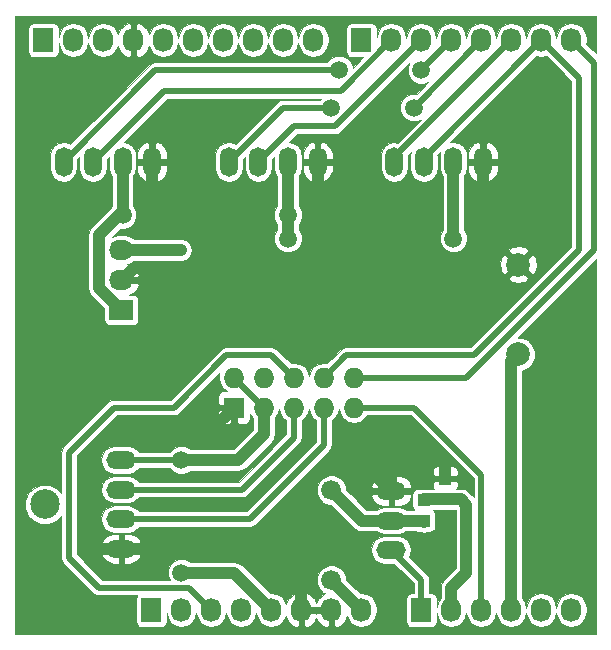
<source format=gbr>
G04 #@! TF.FileFunction,Copper,L2,Bot,Signal*
%FSLAX46Y46*%
G04 Gerber Fmt 4.6, Leading zero omitted, Abs format (unit mm)*
G04 Created by KiCad (PCBNEW 4.0.2-stable) date 2016/07/12 17:08:39*
%MOMM*%
G01*
G04 APERTURE LIST*
%ADD10C,0.100000*%
%ADD11O,2.500000X1.500000*%
%ADD12R,1.727200X1.727200*%
%ADD13O,1.727200X1.727200*%
%ADD14O,1.500000X2.500000*%
%ADD15C,2.500000*%
%ADD16C,2.000000*%
%ADD17R,1.080000X1.050000*%
%ADD18R,1.727200X2.032000*%
%ADD19O,1.727200X2.032000*%
%ADD20C,1.676400*%
%ADD21R,2.032000X1.727200*%
%ADD22O,2.032000X1.727200*%
%ADD23C,1.500000*%
%ADD24C,0.500000*%
%ADD25C,1.000000*%
%ADD26C,0.025400*%
G04 APERTURE END LIST*
D10*
D11*
X159258000Y-118745000D03*
X159258000Y-116245000D03*
X159258000Y-113745000D03*
D12*
X145923000Y-106680000D03*
D13*
X145923000Y-104140000D03*
X148463000Y-106680000D03*
X148463000Y-104140000D03*
X151003000Y-106680000D03*
X151003000Y-104140000D03*
X153543000Y-106680000D03*
X153543000Y-104140000D03*
X156083000Y-106680000D03*
X156083000Y-104140000D03*
D14*
X131498000Y-85865000D03*
X133998000Y-85865000D03*
X136498000Y-85865000D03*
X138998000Y-85865000D03*
X145498000Y-85865000D03*
X147998000Y-85865000D03*
X150498000Y-85865000D03*
X152998000Y-85865000D03*
X159498000Y-85865000D03*
X161998000Y-85865000D03*
X164498000Y-85865000D03*
X166998000Y-85865000D03*
D11*
X136398000Y-111125000D03*
X136398000Y-113625000D03*
X136398000Y-116125000D03*
X136398000Y-118625000D03*
D15*
X129898000Y-114875000D03*
D16*
X169998000Y-102164840D03*
X169998000Y-94565160D03*
D17*
X161998000Y-116240000D03*
X161998000Y-114490000D03*
X163798000Y-114440000D03*
X163798000Y-112690000D03*
D18*
X138938000Y-123825000D03*
D19*
X141478000Y-123825000D03*
X144018000Y-123825000D03*
X146558000Y-123825000D03*
X149098000Y-123825000D03*
X151638000Y-123825000D03*
X154178000Y-123825000D03*
X156718000Y-123825000D03*
D18*
X161798000Y-123825000D03*
D19*
X164338000Y-123825000D03*
X166878000Y-123825000D03*
X169418000Y-123825000D03*
X171958000Y-123825000D03*
X174498000Y-123825000D03*
D18*
X129794000Y-75565000D03*
D19*
X132334000Y-75565000D03*
X134874000Y-75565000D03*
X137414000Y-75565000D03*
X139954000Y-75565000D03*
X142494000Y-75565000D03*
X145034000Y-75565000D03*
X147574000Y-75565000D03*
X150114000Y-75565000D03*
X152654000Y-75565000D03*
D18*
X156718000Y-75565000D03*
D19*
X159258000Y-75565000D03*
X161798000Y-75565000D03*
X164338000Y-75565000D03*
X166878000Y-75565000D03*
X169418000Y-75565000D03*
X171958000Y-75565000D03*
X174498000Y-75565000D03*
D20*
X154178000Y-113665000D03*
X154178000Y-121285000D03*
D21*
X136398000Y-98425000D03*
D22*
X136398000Y-95885000D03*
X136398000Y-93345000D03*
D23*
X141478000Y-111125000D03*
X141478000Y-120650000D03*
X161798000Y-78105000D03*
X154813000Y-78105000D03*
X161163000Y-81280000D03*
X154178000Y-81280000D03*
X164498000Y-92365000D03*
X150498000Y-92365000D03*
X150498000Y-90365000D03*
X136498000Y-90365000D03*
D24*
X151003000Y-104140000D02*
X149098000Y-102235000D01*
X142113000Y-121920000D02*
X144018000Y-123825000D01*
X134493000Y-121920000D02*
X142113000Y-121920000D01*
X131953000Y-119380000D02*
X134493000Y-121920000D01*
X131953000Y-110490000D02*
X131953000Y-119380000D01*
X135763000Y-106680000D02*
X131953000Y-110490000D01*
X140843000Y-106680000D02*
X135763000Y-106680000D01*
X145288000Y-102235000D02*
X140843000Y-106680000D01*
X149098000Y-102235000D02*
X145288000Y-102235000D01*
D25*
X148463000Y-106680000D02*
X148463000Y-108950000D01*
X146288000Y-111125000D02*
X141478000Y-111125000D01*
X148463000Y-108950000D02*
X146288000Y-111125000D01*
D24*
X145923000Y-104140000D02*
X148463000Y-106680000D01*
D25*
X149098000Y-123825000D02*
X145923000Y-120650000D01*
X145923000Y-120650000D02*
X141478000Y-120650000D01*
D24*
X136398000Y-111125000D02*
X141478000Y-111125000D01*
D25*
X150368000Y-94865000D02*
X137418000Y-94865000D01*
X137418000Y-94865000D02*
X136398000Y-95885000D01*
X138998000Y-85865000D02*
X138998000Y-88865000D01*
X147998000Y-94865000D02*
X142998000Y-89865000D01*
X147828000Y-94865000D02*
X147998000Y-94865000D01*
X150998000Y-94865000D02*
X151003000Y-94865000D01*
X151003000Y-94865000D02*
X150368000Y-94865000D01*
X150368000Y-94865000D02*
X147828000Y-94865000D01*
X138998000Y-88865000D02*
X139998000Y-89865000D01*
X139998000Y-89865000D02*
X142998000Y-89865000D01*
D24*
X166998000Y-85865000D02*
X167138000Y-85725000D01*
D25*
X151638000Y-123825000D02*
X151638000Y-113665000D01*
X157273000Y-111760000D02*
X159258000Y-113745000D01*
X153543000Y-111760000D02*
X157273000Y-111760000D01*
X151638000Y-113665000D02*
X153543000Y-111760000D01*
X145923000Y-106680000D02*
X144018000Y-108585000D01*
X144018000Y-108585000D02*
X135763000Y-108585000D01*
X159258000Y-113745000D02*
X159258000Y-111205000D01*
X159258000Y-111205000D02*
X160798000Y-109665000D01*
X160798000Y-109665000D02*
X162198000Y-109665000D01*
X162198000Y-109665000D02*
X163798000Y-111265000D01*
X163798000Y-111265000D02*
X163798000Y-112690000D01*
D24*
X169998000Y-94565160D02*
X168297840Y-92865000D01*
X168297840Y-92865000D02*
X166998000Y-92865000D01*
D25*
X152998000Y-85865000D02*
X152998000Y-92865000D01*
X152998000Y-92865000D02*
X150998000Y-94865000D01*
X151998000Y-94865000D02*
X150998000Y-94865000D01*
X166998000Y-85865000D02*
X166998000Y-92865000D01*
X164998000Y-94865000D02*
X151998000Y-94865000D01*
X166998000Y-92865000D02*
X164998000Y-94865000D01*
X133223000Y-111125000D02*
X135763000Y-108585000D01*
X133223000Y-117475000D02*
X133223000Y-111125000D01*
X136398000Y-118625000D02*
X148978000Y-118625000D01*
X151638000Y-121285000D02*
X151638000Y-123825000D01*
X148978000Y-118625000D02*
X151638000Y-121285000D01*
X133223000Y-117475000D02*
X134373000Y-118625000D01*
X134373000Y-118625000D02*
X136398000Y-118625000D01*
D24*
X136398000Y-118625000D02*
X134373000Y-118625000D01*
X134373000Y-118625000D02*
X133223000Y-117475000D01*
X151638000Y-123825000D02*
X154178000Y-123825000D01*
D25*
X136398000Y-93345000D02*
X141478000Y-93345000D01*
X154178000Y-121285000D02*
X156718000Y-123825000D01*
D24*
X156718000Y-123825000D02*
X156758000Y-123785000D01*
X159258000Y-118745000D02*
X161798000Y-121285000D01*
X161798000Y-121285000D02*
X161798000Y-123825000D01*
D25*
X164338000Y-123825000D02*
X164338000Y-121920000D01*
X165113000Y-114440000D02*
X163798000Y-114440000D01*
X165608000Y-114935000D02*
X165113000Y-114440000D01*
X165608000Y-120650000D02*
X165608000Y-114935000D01*
X164338000Y-121920000D02*
X165608000Y-120650000D01*
X161998000Y-114490000D02*
X162048000Y-114440000D01*
X162048000Y-114440000D02*
X163798000Y-114440000D01*
D24*
X159258000Y-75565000D02*
X154958000Y-79865000D01*
X139998000Y-79865000D02*
X133998000Y-85865000D01*
X154958000Y-79865000D02*
X139998000Y-79865000D01*
X147998000Y-85865000D02*
X150998000Y-82865000D01*
X154498000Y-82865000D02*
X161798000Y-75565000D01*
X150998000Y-82865000D02*
X154498000Y-82865000D01*
X154813000Y-78105000D02*
X139258000Y-78105000D01*
X164338000Y-75565000D02*
X161798000Y-78105000D01*
X139258000Y-78105000D02*
X131498000Y-85865000D01*
X154178000Y-81280000D02*
X150083000Y-81280000D01*
X166878000Y-75565000D02*
X161163000Y-81280000D01*
X150083000Y-81280000D02*
X145498000Y-85865000D01*
X159498000Y-85865000D02*
X159498000Y-85485000D01*
X159498000Y-85485000D02*
X169418000Y-75565000D01*
X171958000Y-75565000D02*
X175133000Y-78740000D01*
X166243000Y-102235000D02*
X155448000Y-102235000D01*
X175133000Y-93345000D02*
X166243000Y-102235000D01*
X175133000Y-78740000D02*
X175133000Y-93345000D01*
X155448000Y-102235000D02*
X153543000Y-104140000D01*
X153543000Y-104140000D02*
X155448000Y-102235000D01*
X161998000Y-85865000D02*
X161998000Y-85525000D01*
X161998000Y-85525000D02*
X171958000Y-75565000D01*
X161758000Y-85725000D02*
X161798000Y-85725000D01*
X174498000Y-75565000D02*
X176403000Y-77470000D01*
X176403000Y-93345000D02*
X165608000Y-104140000D01*
X176403000Y-77470000D02*
X176403000Y-93345000D01*
X165608000Y-104140000D02*
X156083000Y-104140000D01*
X156083000Y-104140000D02*
X156083000Y-104140000D01*
X156083000Y-104140000D02*
X165608000Y-104140000D01*
X151003000Y-106680000D02*
X151003000Y-109220000D01*
X146598000Y-113625000D02*
X136398000Y-113625000D01*
X151003000Y-109220000D02*
X146598000Y-113625000D01*
X136398000Y-116125000D02*
X147273000Y-116125000D01*
X153543000Y-109855000D02*
X153543000Y-106680000D01*
X147273000Y-116125000D02*
X153543000Y-109855000D01*
X156083000Y-106680000D02*
X161163000Y-106680000D01*
X166878000Y-112395000D02*
X166878000Y-123825000D01*
X161163000Y-106680000D02*
X166878000Y-112395000D01*
D25*
X169418000Y-123825000D02*
X169418000Y-102744840D01*
X169418000Y-102744840D02*
X169998000Y-102164840D01*
X136398000Y-90170000D02*
X134493000Y-92075000D01*
X134493000Y-92075000D02*
X134493000Y-96520000D01*
X134493000Y-96520000D02*
X136398000Y-98425000D01*
D24*
X136398000Y-98425000D02*
X134493000Y-96520000D01*
X136398000Y-90170000D02*
X136498000Y-90170000D01*
X134493000Y-96520000D02*
X134493000Y-92075000D01*
D25*
X150498000Y-90365000D02*
X150498000Y-92365000D01*
X164498000Y-92365000D02*
X164498000Y-85865000D01*
X136498000Y-85865000D02*
X136498000Y-90170000D01*
X136498000Y-90170000D02*
X136498000Y-90170000D01*
X136498000Y-90170000D02*
X136498000Y-90365000D01*
X150498000Y-90365000D02*
X150498000Y-85865000D01*
D24*
X136318000Y-85725000D02*
X136398000Y-85805000D01*
D25*
X154178000Y-113665000D02*
X156758000Y-116245000D01*
X156758000Y-116245000D02*
X159258000Y-116245000D01*
X161998000Y-116240000D02*
X161998000Y-116402460D01*
X159258000Y-116245000D02*
X161993000Y-116245000D01*
X161993000Y-116245000D02*
X161998000Y-116240000D01*
D26*
G36*
X176550300Y-76680100D02*
X175747968Y-75877768D01*
X175774300Y-75745390D01*
X175774300Y-75384610D01*
X175677147Y-74896191D01*
X175400480Y-74482130D01*
X174986419Y-74205463D01*
X174498000Y-74108310D01*
X174009581Y-74205463D01*
X173595520Y-74482130D01*
X173318853Y-74896191D01*
X173228000Y-75352938D01*
X173137147Y-74896191D01*
X172860480Y-74482130D01*
X172446419Y-74205463D01*
X171958000Y-74108310D01*
X171469581Y-74205463D01*
X171055520Y-74482130D01*
X170778853Y-74896191D01*
X170688000Y-75352938D01*
X170597147Y-74896191D01*
X170320480Y-74482130D01*
X169906419Y-74205463D01*
X169418000Y-74108310D01*
X168929581Y-74205463D01*
X168515520Y-74482130D01*
X168238853Y-74896191D01*
X168148000Y-75352938D01*
X168057147Y-74896191D01*
X167780480Y-74482130D01*
X167366419Y-74205463D01*
X166878000Y-74108310D01*
X166389581Y-74205463D01*
X165975520Y-74482130D01*
X165698853Y-74896191D01*
X165608000Y-75352938D01*
X165517147Y-74896191D01*
X165240480Y-74482130D01*
X164826419Y-74205463D01*
X164338000Y-74108310D01*
X163849581Y-74205463D01*
X163435520Y-74482130D01*
X163158853Y-74896191D01*
X163068000Y-75352938D01*
X162977147Y-74896191D01*
X162700480Y-74482130D01*
X162286419Y-74205463D01*
X161798000Y-74108310D01*
X161309581Y-74205463D01*
X160895520Y-74482130D01*
X160618853Y-74896191D01*
X160528000Y-75352938D01*
X160437147Y-74896191D01*
X160160480Y-74482130D01*
X159746419Y-74205463D01*
X159258000Y-74108310D01*
X158769581Y-74205463D01*
X158355520Y-74482130D01*
X158078853Y-74896191D01*
X158002385Y-75280620D01*
X158002385Y-74549000D01*
X157973608Y-74396063D01*
X157883222Y-74255599D01*
X157745309Y-74161367D01*
X157581600Y-74128215D01*
X155854400Y-74128215D01*
X155701463Y-74156992D01*
X155560999Y-74247378D01*
X155466767Y-74385291D01*
X155433615Y-74549000D01*
X155433615Y-76581000D01*
X155462392Y-76733937D01*
X155552778Y-76874401D01*
X155690691Y-76968633D01*
X155854400Y-77001785D01*
X156884016Y-77001785D01*
X155975871Y-77909929D01*
X155975902Y-77874739D01*
X155799264Y-77447244D01*
X155472477Y-77119885D01*
X155045290Y-76942502D01*
X154582739Y-76942098D01*
X154155244Y-77118736D01*
X153831114Y-77442300D01*
X139258000Y-77442300D01*
X139004395Y-77492745D01*
X138918280Y-77550285D01*
X138789400Y-77636400D01*
X138789398Y-77636403D01*
X132077598Y-84348202D01*
X131942946Y-84258231D01*
X131498000Y-84169726D01*
X131053054Y-84258231D01*
X130675847Y-84510273D01*
X130423805Y-84887480D01*
X130335300Y-85332426D01*
X130335300Y-86397574D01*
X130423805Y-86842520D01*
X130675847Y-87219727D01*
X131053054Y-87471769D01*
X131498000Y-87560274D01*
X131942946Y-87471769D01*
X132320153Y-87219727D01*
X132572195Y-86842520D01*
X132660700Y-86397574D01*
X132660700Y-85639500D01*
X132835300Y-85464900D01*
X132835300Y-86397574D01*
X132923805Y-86842520D01*
X133175847Y-87219727D01*
X133553054Y-87471769D01*
X133998000Y-87560274D01*
X134442946Y-87471769D01*
X134820153Y-87219727D01*
X135072195Y-86842520D01*
X135160700Y-86397574D01*
X135160700Y-85639500D01*
X135335300Y-85464900D01*
X135335300Y-86397574D01*
X135423805Y-86842520D01*
X135585300Y-87084214D01*
X135585300Y-89633235D01*
X135512885Y-89705523D01*
X135471103Y-89806145D01*
X133847624Y-91429624D01*
X133649775Y-91725725D01*
X133580300Y-92075000D01*
X133580300Y-96520000D01*
X133630745Y-96773604D01*
X133649775Y-96869275D01*
X133847624Y-97165376D01*
X134961215Y-98278967D01*
X134961215Y-99288600D01*
X134989992Y-99441537D01*
X135080378Y-99582001D01*
X135218291Y-99676233D01*
X135382000Y-99709385D01*
X137414000Y-99709385D01*
X137566937Y-99680608D01*
X137707401Y-99590222D01*
X137801633Y-99452309D01*
X137834785Y-99288600D01*
X137834785Y-97561400D01*
X137806008Y-97408463D01*
X137715622Y-97267999D01*
X137577709Y-97173767D01*
X137414000Y-97140615D01*
X137056361Y-97140615D01*
X137345438Y-97012241D01*
X137716296Y-96622187D01*
X137858977Y-96336566D01*
X137781092Y-96126300D01*
X136639300Y-96126300D01*
X136639300Y-96146300D01*
X136156700Y-96146300D01*
X136156700Y-96126300D01*
X136136700Y-96126300D01*
X136136700Y-95725500D01*
X169178909Y-95725500D01*
X169292964Y-95946083D01*
X169875088Y-96110772D01*
X170475924Y-96040156D01*
X170703036Y-95946083D01*
X170817091Y-95725500D01*
X169998000Y-94906410D01*
X169178909Y-95725500D01*
X136136700Y-95725500D01*
X136136700Y-95643700D01*
X136156700Y-95643700D01*
X136156700Y-95623700D01*
X136639300Y-95623700D01*
X136639300Y-95643700D01*
X137781092Y-95643700D01*
X137858977Y-95433434D01*
X137716296Y-95147813D01*
X137345438Y-94757759D01*
X136895925Y-94558138D01*
X137066809Y-94524147D01*
X137189379Y-94442248D01*
X168452388Y-94442248D01*
X168523004Y-95043084D01*
X168617077Y-95270196D01*
X168837660Y-95384251D01*
X169656750Y-94565160D01*
X170339250Y-94565160D01*
X171158340Y-95384251D01*
X171378923Y-95270196D01*
X171543612Y-94688072D01*
X171472996Y-94087236D01*
X171378923Y-93860124D01*
X171158340Y-93746069D01*
X170339250Y-94565160D01*
X169656750Y-94565160D01*
X168837660Y-93746069D01*
X168617077Y-93860124D01*
X168452388Y-94442248D01*
X137189379Y-94442248D01*
X137465575Y-94257700D01*
X141478000Y-94257700D01*
X141827275Y-94188225D01*
X142123376Y-93990376D01*
X142321225Y-93694275D01*
X142390700Y-93345000D01*
X142321225Y-92995725D01*
X142123376Y-92699624D01*
X141827275Y-92501775D01*
X141478000Y-92432300D01*
X137465575Y-92432300D01*
X137066809Y-92165853D01*
X136578390Y-92068700D01*
X136217610Y-92068700D01*
X135729191Y-92165853D01*
X135619819Y-92238933D01*
X136331197Y-91527555D01*
X136728261Y-91527902D01*
X137155756Y-91351264D01*
X137483115Y-91024477D01*
X137660498Y-90597290D01*
X137660902Y-90134739D01*
X137484264Y-89707244D01*
X137410700Y-89633551D01*
X137410700Y-87084214D01*
X137572195Y-86842520D01*
X137660700Y-86397574D01*
X137660700Y-86106300D01*
X137727300Y-86106300D01*
X137727300Y-86606300D01*
X137916368Y-87074208D01*
X138270104Y-87434145D01*
X138564506Y-87559472D01*
X138756700Y-87479707D01*
X138756700Y-86106300D01*
X139239300Y-86106300D01*
X139239300Y-87479707D01*
X139431494Y-87559472D01*
X139725896Y-87434145D01*
X140079632Y-87074208D01*
X140268700Y-86606300D01*
X140268700Y-86106300D01*
X139239300Y-86106300D01*
X138756700Y-86106300D01*
X137727300Y-86106300D01*
X137660700Y-86106300D01*
X137660700Y-85332426D01*
X137619182Y-85123700D01*
X137727300Y-85123700D01*
X137727300Y-85623700D01*
X138756700Y-85623700D01*
X138756700Y-84250293D01*
X139239300Y-84250293D01*
X139239300Y-85623700D01*
X140268700Y-85623700D01*
X140268700Y-85123700D01*
X140079632Y-84655792D01*
X139725896Y-84295855D01*
X139431494Y-84170528D01*
X139239300Y-84250293D01*
X138756700Y-84250293D01*
X138564506Y-84170528D01*
X138270104Y-84295855D01*
X137916368Y-84655792D01*
X137727300Y-85123700D01*
X137619182Y-85123700D01*
X137572195Y-84887480D01*
X137320153Y-84510273D01*
X136942946Y-84258231D01*
X136608495Y-84191705D01*
X140272499Y-80527700D01*
X153285870Y-80527700D01*
X153196114Y-80617300D01*
X150083000Y-80617300D01*
X149829395Y-80667745D01*
X149614400Y-80811400D01*
X146077598Y-84348202D01*
X145942946Y-84258231D01*
X145498000Y-84169726D01*
X145053054Y-84258231D01*
X144675847Y-84510273D01*
X144423805Y-84887480D01*
X144335300Y-85332426D01*
X144335300Y-86397574D01*
X144423805Y-86842520D01*
X144675847Y-87219727D01*
X145053054Y-87471769D01*
X145498000Y-87560274D01*
X145942946Y-87471769D01*
X146320153Y-87219727D01*
X146572195Y-86842520D01*
X146660700Y-86397574D01*
X146660700Y-85639500D01*
X146835300Y-85464900D01*
X146835300Y-86397574D01*
X146923805Y-86842520D01*
X147175847Y-87219727D01*
X147553054Y-87471769D01*
X147998000Y-87560274D01*
X148442946Y-87471769D01*
X148820153Y-87219727D01*
X149072195Y-86842520D01*
X149160700Y-86397574D01*
X149160700Y-85639500D01*
X149335300Y-85464900D01*
X149335300Y-86397574D01*
X149423805Y-86842520D01*
X149585300Y-87084214D01*
X149585300Y-89633235D01*
X149512885Y-89705523D01*
X149335502Y-90132710D01*
X149335098Y-90595261D01*
X149511736Y-91022756D01*
X149585300Y-91096449D01*
X149585300Y-91633235D01*
X149512885Y-91705523D01*
X149335502Y-92132710D01*
X149335098Y-92595261D01*
X149511736Y-93022756D01*
X149838523Y-93350115D01*
X150265710Y-93527498D01*
X150728261Y-93527902D01*
X151155756Y-93351264D01*
X151483115Y-93024477D01*
X151660498Y-92597290D01*
X151660902Y-92134739D01*
X151484264Y-91707244D01*
X151410700Y-91633551D01*
X151410700Y-91096765D01*
X151483115Y-91024477D01*
X151660498Y-90597290D01*
X151660902Y-90134739D01*
X151484264Y-89707244D01*
X151410700Y-89633551D01*
X151410700Y-87084214D01*
X151572195Y-86842520D01*
X151660700Y-86397574D01*
X151660700Y-86106300D01*
X151727300Y-86106300D01*
X151727300Y-86606300D01*
X151916368Y-87074208D01*
X152270104Y-87434145D01*
X152564506Y-87559472D01*
X152756700Y-87479707D01*
X152756700Y-86106300D01*
X153239300Y-86106300D01*
X153239300Y-87479707D01*
X153431494Y-87559472D01*
X153725896Y-87434145D01*
X154079632Y-87074208D01*
X154268700Y-86606300D01*
X154268700Y-86106300D01*
X153239300Y-86106300D01*
X152756700Y-86106300D01*
X151727300Y-86106300D01*
X151660700Y-86106300D01*
X151660700Y-85332426D01*
X151619182Y-85123700D01*
X151727300Y-85123700D01*
X151727300Y-85623700D01*
X152756700Y-85623700D01*
X152756700Y-84250293D01*
X153239300Y-84250293D01*
X153239300Y-85623700D01*
X154268700Y-85623700D01*
X154268700Y-85123700D01*
X154079632Y-84655792D01*
X153725896Y-84295855D01*
X153431494Y-84170528D01*
X153239300Y-84250293D01*
X152756700Y-84250293D01*
X152564506Y-84170528D01*
X152270104Y-84295855D01*
X151916368Y-84655792D01*
X151727300Y-85123700D01*
X151619182Y-85123700D01*
X151572195Y-84887480D01*
X151320153Y-84510273D01*
X150942946Y-84258231D01*
X150608495Y-84191705D01*
X151272499Y-83527700D01*
X154498000Y-83527700D01*
X154751605Y-83477255D01*
X154966600Y-83333600D01*
X160783209Y-77516991D01*
X160635502Y-77872710D01*
X160635098Y-78335261D01*
X160811736Y-78762756D01*
X161138523Y-79090115D01*
X161565710Y-79267498D01*
X162028261Y-79267902D01*
X162385512Y-79120288D01*
X161388304Y-80117496D01*
X160932739Y-80117098D01*
X160505244Y-80293736D01*
X160177885Y-80620523D01*
X160000502Y-81047710D01*
X160000098Y-81510261D01*
X160176736Y-81937756D01*
X160503523Y-82265115D01*
X160930710Y-82442498D01*
X161393261Y-82442902D01*
X161750512Y-82295288D01*
X159813348Y-84232452D01*
X159498000Y-84169726D01*
X159053054Y-84258231D01*
X158675847Y-84510273D01*
X158423805Y-84887480D01*
X158335300Y-85332426D01*
X158335300Y-86397574D01*
X158423805Y-86842520D01*
X158675847Y-87219727D01*
X159053054Y-87471769D01*
X159498000Y-87560274D01*
X159942946Y-87471769D01*
X160320153Y-87219727D01*
X160572195Y-86842520D01*
X160660700Y-86397574D01*
X160660700Y-85332426D01*
X160648601Y-85271599D01*
X160896761Y-85023439D01*
X160835300Y-85332426D01*
X160835300Y-86397574D01*
X160923805Y-86842520D01*
X161175847Y-87219727D01*
X161553054Y-87471769D01*
X161998000Y-87560274D01*
X162442946Y-87471769D01*
X162820153Y-87219727D01*
X163072195Y-86842520D01*
X163160700Y-86397574D01*
X163160700Y-85332426D01*
X163155237Y-85304963D01*
X163386829Y-85073371D01*
X163335300Y-85332426D01*
X163335300Y-86397574D01*
X163423805Y-86842520D01*
X163585300Y-87084214D01*
X163585300Y-91633235D01*
X163512885Y-91705523D01*
X163335502Y-92132710D01*
X163335098Y-92595261D01*
X163511736Y-93022756D01*
X163838523Y-93350115D01*
X164265710Y-93527498D01*
X164728261Y-93527902D01*
X165026141Y-93404820D01*
X169178909Y-93404820D01*
X169998000Y-94223910D01*
X170817091Y-93404820D01*
X170703036Y-93184237D01*
X170120912Y-93019548D01*
X169520076Y-93090164D01*
X169292964Y-93184237D01*
X169178909Y-93404820D01*
X165026141Y-93404820D01*
X165155756Y-93351264D01*
X165483115Y-93024477D01*
X165660498Y-92597290D01*
X165660902Y-92134739D01*
X165484264Y-91707244D01*
X165410700Y-91633551D01*
X165410700Y-87084214D01*
X165572195Y-86842520D01*
X165660700Y-86397574D01*
X165660700Y-86106300D01*
X165727300Y-86106300D01*
X165727300Y-86606300D01*
X165916368Y-87074208D01*
X166270104Y-87434145D01*
X166564506Y-87559472D01*
X166756700Y-87479707D01*
X166756700Y-86106300D01*
X167239300Y-86106300D01*
X167239300Y-87479707D01*
X167431494Y-87559472D01*
X167725896Y-87434145D01*
X168079632Y-87074208D01*
X168268700Y-86606300D01*
X168268700Y-86106300D01*
X167239300Y-86106300D01*
X166756700Y-86106300D01*
X165727300Y-86106300D01*
X165660700Y-86106300D01*
X165660700Y-85332426D01*
X165619182Y-85123700D01*
X165727300Y-85123700D01*
X165727300Y-85623700D01*
X166756700Y-85623700D01*
X166756700Y-84250293D01*
X167239300Y-84250293D01*
X167239300Y-85623700D01*
X168268700Y-85623700D01*
X168268700Y-85123700D01*
X168079632Y-84655792D01*
X167725896Y-84295855D01*
X167431494Y-84170528D01*
X167239300Y-84250293D01*
X166756700Y-84250293D01*
X166564506Y-84170528D01*
X166270104Y-84295855D01*
X165916368Y-84655792D01*
X165727300Y-85123700D01*
X165619182Y-85123700D01*
X165572195Y-84887480D01*
X165320153Y-84510273D01*
X164942946Y-84258231D01*
X164498000Y-84169726D01*
X164238945Y-84221255D01*
X171524699Y-76935501D01*
X171958000Y-77021690D01*
X172391301Y-76935501D01*
X174470300Y-79014500D01*
X174470300Y-93070501D01*
X165968500Y-101572300D01*
X155448005Y-101572300D01*
X155448000Y-101572299D01*
X155194396Y-101622745D01*
X154979400Y-101766400D01*
X153829988Y-102915812D01*
X153568004Y-102863700D01*
X153517996Y-102863700D01*
X153029577Y-102960853D01*
X152615516Y-103237520D01*
X152338849Y-103651581D01*
X152273000Y-103982625D01*
X152207151Y-103651581D01*
X151930484Y-103237520D01*
X151516423Y-102960853D01*
X151028004Y-102863700D01*
X150977996Y-102863700D01*
X150716012Y-102915812D01*
X149566600Y-101766400D01*
X149351605Y-101622745D01*
X149098000Y-101572300D01*
X145288000Y-101572300D01*
X145034395Y-101622745D01*
X144948280Y-101680285D01*
X144819400Y-101766400D01*
X144819398Y-101766403D01*
X140568500Y-106017300D01*
X135763005Y-106017300D01*
X135763000Y-106017299D01*
X135509396Y-106067745D01*
X135294400Y-106211400D01*
X135294398Y-106211403D01*
X131484400Y-110021400D01*
X131340745Y-110236395D01*
X131327527Y-110302847D01*
X131290300Y-110490000D01*
X131290300Y-113916265D01*
X130841073Y-113466254D01*
X130230182Y-113212589D01*
X129568720Y-113212012D01*
X128957387Y-113464610D01*
X128489254Y-113931927D01*
X128235589Y-114542818D01*
X128235012Y-115204280D01*
X128487610Y-115815613D01*
X128954927Y-116283746D01*
X129565818Y-116537411D01*
X130227280Y-116537988D01*
X130838613Y-116285390D01*
X131290300Y-115834490D01*
X131290300Y-119380000D01*
X131340745Y-119633605D01*
X131484400Y-119848600D01*
X134024398Y-122388597D01*
X134024400Y-122388600D01*
X134239396Y-122532255D01*
X134493000Y-122582700D01*
X137729534Y-122582700D01*
X137686767Y-122645291D01*
X137653615Y-122809000D01*
X137653615Y-124841000D01*
X137682392Y-124993937D01*
X137772778Y-125134401D01*
X137910691Y-125228633D01*
X138074400Y-125261785D01*
X139801600Y-125261785D01*
X139954537Y-125233008D01*
X140095001Y-125142622D01*
X140189233Y-125004709D01*
X140222385Y-124841000D01*
X140222385Y-124109380D01*
X140298853Y-124493809D01*
X140575520Y-124907870D01*
X140989581Y-125184537D01*
X141478000Y-125281690D01*
X141966419Y-125184537D01*
X142380480Y-124907870D01*
X142657147Y-124493809D01*
X142748000Y-124037062D01*
X142838853Y-124493809D01*
X143115520Y-124907870D01*
X143529581Y-125184537D01*
X144018000Y-125281690D01*
X144506419Y-125184537D01*
X144920480Y-124907870D01*
X145197147Y-124493809D01*
X145288000Y-124037062D01*
X145378853Y-124493809D01*
X145655520Y-124907870D01*
X146069581Y-125184537D01*
X146558000Y-125281690D01*
X147046419Y-125184537D01*
X147460480Y-124907870D01*
X147737147Y-124493809D01*
X147828000Y-124037062D01*
X147918853Y-124493809D01*
X148195520Y-124907870D01*
X148609581Y-125184537D01*
X149098000Y-125281690D01*
X149586419Y-125184537D01*
X150000480Y-124907870D01*
X150277147Y-124493809D01*
X150311138Y-124322925D01*
X150510759Y-124772438D01*
X150900813Y-125143296D01*
X151186434Y-125285977D01*
X151396700Y-125208092D01*
X151396700Y-124066300D01*
X151879300Y-124066300D01*
X151879300Y-125208092D01*
X152089566Y-125285977D01*
X152375187Y-125143296D01*
X152765241Y-124772438D01*
X152908000Y-124450969D01*
X153050759Y-124772438D01*
X153440813Y-125143296D01*
X153726434Y-125285977D01*
X153936700Y-125208092D01*
X153936700Y-124066300D01*
X152931638Y-124066300D01*
X152908000Y-124117289D01*
X152884362Y-124066300D01*
X151879300Y-124066300D01*
X151396700Y-124066300D01*
X151376700Y-124066300D01*
X151376700Y-123583700D01*
X151396700Y-123583700D01*
X151396700Y-122441908D01*
X151879300Y-122441908D01*
X151879300Y-123583700D01*
X152884362Y-123583700D01*
X152908000Y-123532711D01*
X152931638Y-123583700D01*
X153936700Y-123583700D01*
X153936700Y-123563700D01*
X154419300Y-123563700D01*
X154419300Y-123583700D01*
X154439300Y-123583700D01*
X154439300Y-124066300D01*
X154419300Y-124066300D01*
X154419300Y-125208092D01*
X154629566Y-125285977D01*
X154915187Y-125143296D01*
X155305241Y-124772438D01*
X155504862Y-124322925D01*
X155538853Y-124493809D01*
X155815520Y-124907870D01*
X156229581Y-125184537D01*
X156718000Y-125281690D01*
X157206419Y-125184537D01*
X157620480Y-124907870D01*
X157897147Y-124493809D01*
X157994300Y-124005390D01*
X157994300Y-123644610D01*
X157897147Y-123156191D01*
X157620480Y-122742130D01*
X157206419Y-122465463D01*
X156718000Y-122368310D01*
X156579594Y-122395841D01*
X155428936Y-121245183D01*
X155429117Y-121037272D01*
X155239080Y-120577348D01*
X154887503Y-120225157D01*
X154427911Y-120034317D01*
X153930272Y-120033883D01*
X153470348Y-120223920D01*
X153118157Y-120575497D01*
X152927317Y-121035089D01*
X152926883Y-121532728D01*
X153116920Y-121992652D01*
X153468497Y-122344843D01*
X153630318Y-122412037D01*
X153440813Y-122506704D01*
X153050759Y-122877562D01*
X152908000Y-123199031D01*
X152765241Y-122877562D01*
X152375187Y-122506704D01*
X152089566Y-122364023D01*
X151879300Y-122441908D01*
X151396700Y-122441908D01*
X151186434Y-122364023D01*
X150900813Y-122506704D01*
X150510759Y-122877562D01*
X150311138Y-123327075D01*
X150277147Y-123156191D01*
X150000480Y-122742130D01*
X149586419Y-122465463D01*
X149098000Y-122368310D01*
X148959593Y-122395841D01*
X146568376Y-120004624D01*
X146272275Y-119806775D01*
X145923000Y-119737300D01*
X142209765Y-119737300D01*
X142137477Y-119664885D01*
X141710290Y-119487502D01*
X141247739Y-119487098D01*
X140820244Y-119663736D01*
X140492885Y-119990523D01*
X140315502Y-120417710D01*
X140315098Y-120880261D01*
X140470888Y-121257300D01*
X134767499Y-121257300D01*
X132615700Y-119105500D01*
X132615700Y-119058494D01*
X134703528Y-119058494D01*
X134828855Y-119352896D01*
X135188792Y-119706632D01*
X135656700Y-119895700D01*
X136156700Y-119895700D01*
X136156700Y-118866300D01*
X136639300Y-118866300D01*
X136639300Y-119895700D01*
X137139300Y-119895700D01*
X137607208Y-119706632D01*
X137967145Y-119352896D01*
X138092472Y-119058494D01*
X138012707Y-118866300D01*
X136639300Y-118866300D01*
X136156700Y-118866300D01*
X134783293Y-118866300D01*
X134703528Y-119058494D01*
X132615700Y-119058494D01*
X132615700Y-118191506D01*
X134703528Y-118191506D01*
X134783293Y-118383700D01*
X136156700Y-118383700D01*
X136156700Y-117354300D01*
X136639300Y-117354300D01*
X136639300Y-118383700D01*
X138012707Y-118383700D01*
X138092472Y-118191506D01*
X137967145Y-117897104D01*
X137607208Y-117543368D01*
X137139300Y-117354300D01*
X136639300Y-117354300D01*
X136156700Y-117354300D01*
X135656700Y-117354300D01*
X135188792Y-117543368D01*
X134828855Y-117897104D01*
X134703528Y-118191506D01*
X132615700Y-118191506D01*
X132615700Y-110764500D01*
X136037499Y-107342700D01*
X140843000Y-107342700D01*
X141096605Y-107292255D01*
X141311600Y-107148600D01*
X141408724Y-107051475D01*
X144538700Y-107051475D01*
X144538700Y-107647173D01*
X144617972Y-107838553D01*
X144764447Y-107985028D01*
X144955826Y-108064300D01*
X145551525Y-108064300D01*
X145681700Y-107934125D01*
X145681700Y-106921300D01*
X144668875Y-106921300D01*
X144538700Y-107051475D01*
X141408724Y-107051475D01*
X144696559Y-103763640D01*
X144621696Y-104140000D01*
X144718849Y-104628419D01*
X144995516Y-105042480D01*
X145374486Y-105295700D01*
X144955826Y-105295700D01*
X144764447Y-105374972D01*
X144617972Y-105521447D01*
X144538700Y-105712827D01*
X144538700Y-106308525D01*
X144668875Y-106438700D01*
X145681700Y-106438700D01*
X145681700Y-106418700D01*
X146164300Y-106418700D01*
X146164300Y-106438700D01*
X146184300Y-106438700D01*
X146184300Y-106921300D01*
X146164300Y-106921300D01*
X146164300Y-107934125D01*
X146294475Y-108064300D01*
X146890174Y-108064300D01*
X147081553Y-107985028D01*
X147228028Y-107838553D01*
X147307300Y-107647173D01*
X147307300Y-107240931D01*
X147535516Y-107582480D01*
X147550300Y-107592358D01*
X147550300Y-108571947D01*
X145909948Y-110212300D01*
X142209765Y-110212300D01*
X142137477Y-110139885D01*
X141710290Y-109962502D01*
X141247739Y-109962098D01*
X140820244Y-110138736D01*
X140496114Y-110462300D01*
X137859270Y-110462300D01*
X137752727Y-110302847D01*
X137375520Y-110050805D01*
X136930574Y-109962300D01*
X135865426Y-109962300D01*
X135420480Y-110050805D01*
X135043273Y-110302847D01*
X134791231Y-110680054D01*
X134702726Y-111125000D01*
X134791231Y-111569946D01*
X135043273Y-111947153D01*
X135420480Y-112199195D01*
X135865426Y-112287700D01*
X136930574Y-112287700D01*
X137375520Y-112199195D01*
X137752727Y-111947153D01*
X137859270Y-111787700D01*
X140496671Y-111787700D01*
X140818523Y-112110115D01*
X141245710Y-112287498D01*
X141708261Y-112287902D01*
X142135756Y-112111264D01*
X142209449Y-112037700D01*
X146288000Y-112037700D01*
X146637275Y-111968225D01*
X146933376Y-111770376D01*
X149108376Y-109595377D01*
X149306224Y-109299276D01*
X149306225Y-109299275D01*
X149375700Y-108950000D01*
X149375700Y-107592358D01*
X149390484Y-107582480D01*
X149667151Y-107168419D01*
X149733000Y-106837375D01*
X149798849Y-107168419D01*
X150075516Y-107582480D01*
X150340300Y-107759403D01*
X150340300Y-108945501D01*
X146323500Y-112962300D01*
X137859270Y-112962300D01*
X137752727Y-112802847D01*
X137375520Y-112550805D01*
X136930574Y-112462300D01*
X135865426Y-112462300D01*
X135420480Y-112550805D01*
X135043273Y-112802847D01*
X134791231Y-113180054D01*
X134702726Y-113625000D01*
X134791231Y-114069946D01*
X135043273Y-114447153D01*
X135420480Y-114699195D01*
X135865426Y-114787700D01*
X136930574Y-114787700D01*
X137375520Y-114699195D01*
X137752727Y-114447153D01*
X137859270Y-114287700D01*
X146598000Y-114287700D01*
X146851605Y-114237255D01*
X147066600Y-114093600D01*
X151471597Y-109688602D01*
X151471600Y-109688600D01*
X151615255Y-109473604D01*
X151632601Y-109386400D01*
X151665701Y-109220000D01*
X151665700Y-109219995D01*
X151665700Y-107759403D01*
X151930484Y-107582480D01*
X152207151Y-107168419D01*
X152273000Y-106837375D01*
X152338849Y-107168419D01*
X152615516Y-107582480D01*
X152880300Y-107759403D01*
X152880300Y-109580500D01*
X146998500Y-115462300D01*
X137859270Y-115462300D01*
X137752727Y-115302847D01*
X137375520Y-115050805D01*
X136930574Y-114962300D01*
X135865426Y-114962300D01*
X135420480Y-115050805D01*
X135043273Y-115302847D01*
X134791231Y-115680054D01*
X134702726Y-116125000D01*
X134791231Y-116569946D01*
X135043273Y-116947153D01*
X135420480Y-117199195D01*
X135865426Y-117287700D01*
X136930574Y-117287700D01*
X137375520Y-117199195D01*
X137752727Y-116947153D01*
X137859270Y-116787700D01*
X147273000Y-116787700D01*
X147526605Y-116737255D01*
X147741600Y-116593600D01*
X152273774Y-112061426D01*
X162737300Y-112061426D01*
X162737300Y-112318525D01*
X162867475Y-112448700D01*
X163556700Y-112448700D01*
X163556700Y-111774475D01*
X164039300Y-111774475D01*
X164039300Y-112448700D01*
X164728525Y-112448700D01*
X164858700Y-112318525D01*
X164858700Y-112061426D01*
X164779428Y-111870047D01*
X164632953Y-111723572D01*
X164441573Y-111644300D01*
X164169475Y-111644300D01*
X164039300Y-111774475D01*
X163556700Y-111774475D01*
X163426525Y-111644300D01*
X163154427Y-111644300D01*
X162963047Y-111723572D01*
X162816572Y-111870047D01*
X162737300Y-112061426D01*
X152273774Y-112061426D01*
X154011600Y-110323600D01*
X154155255Y-110108605D01*
X154205700Y-109855000D01*
X154205700Y-107759403D01*
X154470484Y-107582480D01*
X154747151Y-107168419D01*
X154813000Y-106837375D01*
X154878849Y-107168419D01*
X155155516Y-107582480D01*
X155569577Y-107859147D01*
X156057996Y-107956300D01*
X156108004Y-107956300D01*
X156596423Y-107859147D01*
X157010484Y-107582480D01*
X157170700Y-107342700D01*
X160888500Y-107342700D01*
X166215300Y-112669499D01*
X166215300Y-114251547D01*
X165758376Y-113794624D01*
X165462275Y-113596775D01*
X165113000Y-113527300D01*
X164762081Y-113527300D01*
X164779428Y-113509953D01*
X164858700Y-113318574D01*
X164858700Y-113061475D01*
X164728525Y-112931300D01*
X164039300Y-112931300D01*
X164039300Y-112951300D01*
X163556700Y-112951300D01*
X163556700Y-112931300D01*
X162867475Y-112931300D01*
X162737300Y-113061475D01*
X162737300Y-113318574D01*
X162816572Y-113509953D01*
X162833919Y-113527300D01*
X162048000Y-113527300D01*
X161962962Y-113544215D01*
X161458000Y-113544215D01*
X161305063Y-113572992D01*
X161164599Y-113663378D01*
X161070367Y-113801291D01*
X161037215Y-113965000D01*
X161037215Y-115015000D01*
X161065992Y-115167937D01*
X161156378Y-115308401D01*
X161191355Y-115332300D01*
X160477214Y-115332300D01*
X160235520Y-115170805D01*
X159790574Y-115082300D01*
X158725426Y-115082300D01*
X158280480Y-115170805D01*
X158038786Y-115332300D01*
X157136052Y-115332300D01*
X155982246Y-114178494D01*
X157563528Y-114178494D01*
X157688855Y-114472896D01*
X158048792Y-114826632D01*
X158516700Y-115015700D01*
X159016700Y-115015700D01*
X159016700Y-113986300D01*
X159499300Y-113986300D01*
X159499300Y-115015700D01*
X159999300Y-115015700D01*
X160467208Y-114826632D01*
X160827145Y-114472896D01*
X160952472Y-114178494D01*
X160872707Y-113986300D01*
X159499300Y-113986300D01*
X159016700Y-113986300D01*
X157643293Y-113986300D01*
X157563528Y-114178494D01*
X155982246Y-114178494D01*
X155428936Y-113625184D01*
X155429117Y-113417272D01*
X155385416Y-113311506D01*
X157563528Y-113311506D01*
X157643293Y-113503700D01*
X159016700Y-113503700D01*
X159016700Y-112474300D01*
X159499300Y-112474300D01*
X159499300Y-113503700D01*
X160872707Y-113503700D01*
X160952472Y-113311506D01*
X160827145Y-113017104D01*
X160467208Y-112663368D01*
X159999300Y-112474300D01*
X159499300Y-112474300D01*
X159016700Y-112474300D01*
X158516700Y-112474300D01*
X158048792Y-112663368D01*
X157688855Y-113017104D01*
X157563528Y-113311506D01*
X155385416Y-113311506D01*
X155239080Y-112957348D01*
X154887503Y-112605157D01*
X154427911Y-112414317D01*
X153930272Y-112413883D01*
X153470348Y-112603920D01*
X153118157Y-112955497D01*
X152927317Y-113415089D01*
X152926883Y-113912728D01*
X153116920Y-114372652D01*
X153468497Y-114724843D01*
X153928089Y-114915683D01*
X154138114Y-114915866D01*
X156112624Y-116890376D01*
X156408725Y-117088225D01*
X156758000Y-117157700D01*
X158038786Y-117157700D01*
X158280480Y-117319195D01*
X158725426Y-117407700D01*
X159790574Y-117407700D01*
X160235520Y-117319195D01*
X160477214Y-117157700D01*
X161319313Y-117157700D01*
X161458000Y-117185785D01*
X161559079Y-117185785D01*
X161648725Y-117245685D01*
X161998000Y-117315160D01*
X162347275Y-117245685D01*
X162436921Y-117185785D01*
X162538000Y-117185785D01*
X162690937Y-117157008D01*
X162831401Y-117066622D01*
X162925633Y-116928709D01*
X162958785Y-116765000D01*
X162958785Y-115715000D01*
X162930008Y-115562063D01*
X162839622Y-115421599D01*
X162756512Y-115364812D01*
X162775334Y-115352700D01*
X163094622Y-115352700D01*
X163258000Y-115385785D01*
X164338000Y-115385785D01*
X164490937Y-115357008D01*
X164497632Y-115352700D01*
X164695300Y-115352700D01*
X164695300Y-120271947D01*
X163692624Y-121274624D01*
X163494775Y-121570725D01*
X163425300Y-121920000D01*
X163425300Y-122757425D01*
X163158853Y-123156191D01*
X163082385Y-123540620D01*
X163082385Y-122809000D01*
X163053608Y-122656063D01*
X162963222Y-122515599D01*
X162825309Y-122421367D01*
X162661600Y-122388215D01*
X162460700Y-122388215D01*
X162460700Y-121285000D01*
X162410255Y-121031396D01*
X162266600Y-120816400D01*
X162266597Y-120816398D01*
X160774797Y-119324598D01*
X160864769Y-119189946D01*
X160953274Y-118745000D01*
X160864769Y-118300054D01*
X160612727Y-117922847D01*
X160235520Y-117670805D01*
X159790574Y-117582300D01*
X158725426Y-117582300D01*
X158280480Y-117670805D01*
X157903273Y-117922847D01*
X157651231Y-118300054D01*
X157562726Y-118745000D01*
X157651231Y-119189946D01*
X157903273Y-119567153D01*
X158280480Y-119819195D01*
X158725426Y-119907700D01*
X159483500Y-119907700D01*
X161135300Y-121559499D01*
X161135300Y-122388215D01*
X160934400Y-122388215D01*
X160781463Y-122416992D01*
X160640999Y-122507378D01*
X160546767Y-122645291D01*
X160513615Y-122809000D01*
X160513615Y-124841000D01*
X160542392Y-124993937D01*
X160632778Y-125134401D01*
X160770691Y-125228633D01*
X160934400Y-125261785D01*
X162661600Y-125261785D01*
X162814537Y-125233008D01*
X162955001Y-125142622D01*
X163049233Y-125004709D01*
X163082385Y-124841000D01*
X163082385Y-124109380D01*
X163158853Y-124493809D01*
X163435520Y-124907870D01*
X163849581Y-125184537D01*
X164338000Y-125281690D01*
X164826419Y-125184537D01*
X165240480Y-124907870D01*
X165517147Y-124493809D01*
X165608000Y-124037062D01*
X165698853Y-124493809D01*
X165975520Y-124907870D01*
X166389581Y-125184537D01*
X166878000Y-125281690D01*
X167366419Y-125184537D01*
X167780480Y-124907870D01*
X168057147Y-124493809D01*
X168148000Y-124037062D01*
X168238853Y-124493809D01*
X168515520Y-124907870D01*
X168929581Y-125184537D01*
X169418000Y-125281690D01*
X169906419Y-125184537D01*
X170320480Y-124907870D01*
X170597147Y-124493809D01*
X170688000Y-124037062D01*
X170778853Y-124493809D01*
X171055520Y-124907870D01*
X171469581Y-125184537D01*
X171958000Y-125281690D01*
X172446419Y-125184537D01*
X172860480Y-124907870D01*
X173137147Y-124493809D01*
X173228000Y-124037062D01*
X173318853Y-124493809D01*
X173595520Y-124907870D01*
X174009581Y-125184537D01*
X174498000Y-125281690D01*
X174986419Y-125184537D01*
X175400480Y-124907870D01*
X175677147Y-124493809D01*
X175774300Y-124005390D01*
X175774300Y-123644610D01*
X175677147Y-123156191D01*
X175400480Y-122742130D01*
X174986419Y-122465463D01*
X174498000Y-122368310D01*
X174009581Y-122465463D01*
X173595520Y-122742130D01*
X173318853Y-123156191D01*
X173228000Y-123612938D01*
X173137147Y-123156191D01*
X172860480Y-122742130D01*
X172446419Y-122465463D01*
X171958000Y-122368310D01*
X171469581Y-122465463D01*
X171055520Y-122742130D01*
X170778853Y-123156191D01*
X170688000Y-123612938D01*
X170597147Y-123156191D01*
X170330700Y-122757425D01*
X170330700Y-103555914D01*
X170797185Y-103363167D01*
X171194930Y-102966115D01*
X171410454Y-102447076D01*
X171410944Y-101885070D01*
X171196327Y-101365655D01*
X170799275Y-100967910D01*
X170280236Y-100752386D01*
X169933116Y-100752083D01*
X176550300Y-94134899D01*
X176550300Y-125877300D01*
X127360700Y-125877300D01*
X127360700Y-74549000D01*
X128509615Y-74549000D01*
X128509615Y-76581000D01*
X128538392Y-76733937D01*
X128628778Y-76874401D01*
X128766691Y-76968633D01*
X128930400Y-77001785D01*
X130657600Y-77001785D01*
X130810537Y-76973008D01*
X130951001Y-76882622D01*
X131045233Y-76744709D01*
X131078385Y-76581000D01*
X131078385Y-75849380D01*
X131154853Y-76233809D01*
X131431520Y-76647870D01*
X131845581Y-76924537D01*
X132334000Y-77021690D01*
X132822419Y-76924537D01*
X133236480Y-76647870D01*
X133513147Y-76233809D01*
X133604000Y-75777062D01*
X133694853Y-76233809D01*
X133971520Y-76647870D01*
X134385581Y-76924537D01*
X134874000Y-77021690D01*
X135362419Y-76924537D01*
X135776480Y-76647870D01*
X136053147Y-76233809D01*
X136087138Y-76062925D01*
X136286759Y-76512438D01*
X136676813Y-76883296D01*
X136962434Y-77025977D01*
X137172700Y-76948092D01*
X137172700Y-75806300D01*
X137152700Y-75806300D01*
X137152700Y-75323700D01*
X137172700Y-75323700D01*
X137172700Y-74181908D01*
X137655300Y-74181908D01*
X137655300Y-75323700D01*
X137675300Y-75323700D01*
X137675300Y-75806300D01*
X137655300Y-75806300D01*
X137655300Y-76948092D01*
X137865566Y-77025977D01*
X138151187Y-76883296D01*
X138541241Y-76512438D01*
X138740862Y-76062925D01*
X138774853Y-76233809D01*
X139051520Y-76647870D01*
X139465581Y-76924537D01*
X139954000Y-77021690D01*
X140442419Y-76924537D01*
X140856480Y-76647870D01*
X141133147Y-76233809D01*
X141224000Y-75777062D01*
X141314853Y-76233809D01*
X141591520Y-76647870D01*
X142005581Y-76924537D01*
X142494000Y-77021690D01*
X142982419Y-76924537D01*
X143396480Y-76647870D01*
X143673147Y-76233809D01*
X143764000Y-75777062D01*
X143854853Y-76233809D01*
X144131520Y-76647870D01*
X144545581Y-76924537D01*
X145034000Y-77021690D01*
X145522419Y-76924537D01*
X145936480Y-76647870D01*
X146213147Y-76233809D01*
X146304000Y-75777062D01*
X146394853Y-76233809D01*
X146671520Y-76647870D01*
X147085581Y-76924537D01*
X147574000Y-77021690D01*
X148062419Y-76924537D01*
X148476480Y-76647870D01*
X148753147Y-76233809D01*
X148844000Y-75777062D01*
X148934853Y-76233809D01*
X149211520Y-76647870D01*
X149625581Y-76924537D01*
X150114000Y-77021690D01*
X150602419Y-76924537D01*
X151016480Y-76647870D01*
X151293147Y-76233809D01*
X151384000Y-75777062D01*
X151474853Y-76233809D01*
X151751520Y-76647870D01*
X152165581Y-76924537D01*
X152654000Y-77021690D01*
X153142419Y-76924537D01*
X153556480Y-76647870D01*
X153833147Y-76233809D01*
X153930300Y-75745390D01*
X153930300Y-75384610D01*
X153833147Y-74896191D01*
X153556480Y-74482130D01*
X153142419Y-74205463D01*
X152654000Y-74108310D01*
X152165581Y-74205463D01*
X151751520Y-74482130D01*
X151474853Y-74896191D01*
X151384000Y-75352938D01*
X151293147Y-74896191D01*
X151016480Y-74482130D01*
X150602419Y-74205463D01*
X150114000Y-74108310D01*
X149625581Y-74205463D01*
X149211520Y-74482130D01*
X148934853Y-74896191D01*
X148844000Y-75352938D01*
X148753147Y-74896191D01*
X148476480Y-74482130D01*
X148062419Y-74205463D01*
X147574000Y-74108310D01*
X147085581Y-74205463D01*
X146671520Y-74482130D01*
X146394853Y-74896191D01*
X146304000Y-75352938D01*
X146213147Y-74896191D01*
X145936480Y-74482130D01*
X145522419Y-74205463D01*
X145034000Y-74108310D01*
X144545581Y-74205463D01*
X144131520Y-74482130D01*
X143854853Y-74896191D01*
X143764000Y-75352938D01*
X143673147Y-74896191D01*
X143396480Y-74482130D01*
X142982419Y-74205463D01*
X142494000Y-74108310D01*
X142005581Y-74205463D01*
X141591520Y-74482130D01*
X141314853Y-74896191D01*
X141224000Y-75352938D01*
X141133147Y-74896191D01*
X140856480Y-74482130D01*
X140442419Y-74205463D01*
X139954000Y-74108310D01*
X139465581Y-74205463D01*
X139051520Y-74482130D01*
X138774853Y-74896191D01*
X138740862Y-75067075D01*
X138541241Y-74617562D01*
X138151187Y-74246704D01*
X137865566Y-74104023D01*
X137655300Y-74181908D01*
X137172700Y-74181908D01*
X136962434Y-74104023D01*
X136676813Y-74246704D01*
X136286759Y-74617562D01*
X136087138Y-75067075D01*
X136053147Y-74896191D01*
X135776480Y-74482130D01*
X135362419Y-74205463D01*
X134874000Y-74108310D01*
X134385581Y-74205463D01*
X133971520Y-74482130D01*
X133694853Y-74896191D01*
X133604000Y-75352938D01*
X133513147Y-74896191D01*
X133236480Y-74482130D01*
X132822419Y-74205463D01*
X132334000Y-74108310D01*
X131845581Y-74205463D01*
X131431520Y-74482130D01*
X131154853Y-74896191D01*
X131078385Y-75280620D01*
X131078385Y-74549000D01*
X131049608Y-74396063D01*
X130959222Y-74255599D01*
X130821309Y-74161367D01*
X130657600Y-74128215D01*
X128930400Y-74128215D01*
X128777463Y-74156992D01*
X128636999Y-74247378D01*
X128542767Y-74385291D01*
X128509615Y-74549000D01*
X127360700Y-74549000D01*
X127360700Y-73512700D01*
X176550300Y-73512700D01*
X176550300Y-76680100D01*
X176550300Y-76680100D01*
G37*
X176550300Y-76680100D02*
X175747968Y-75877768D01*
X175774300Y-75745390D01*
X175774300Y-75384610D01*
X175677147Y-74896191D01*
X175400480Y-74482130D01*
X174986419Y-74205463D01*
X174498000Y-74108310D01*
X174009581Y-74205463D01*
X173595520Y-74482130D01*
X173318853Y-74896191D01*
X173228000Y-75352938D01*
X173137147Y-74896191D01*
X172860480Y-74482130D01*
X172446419Y-74205463D01*
X171958000Y-74108310D01*
X171469581Y-74205463D01*
X171055520Y-74482130D01*
X170778853Y-74896191D01*
X170688000Y-75352938D01*
X170597147Y-74896191D01*
X170320480Y-74482130D01*
X169906419Y-74205463D01*
X169418000Y-74108310D01*
X168929581Y-74205463D01*
X168515520Y-74482130D01*
X168238853Y-74896191D01*
X168148000Y-75352938D01*
X168057147Y-74896191D01*
X167780480Y-74482130D01*
X167366419Y-74205463D01*
X166878000Y-74108310D01*
X166389581Y-74205463D01*
X165975520Y-74482130D01*
X165698853Y-74896191D01*
X165608000Y-75352938D01*
X165517147Y-74896191D01*
X165240480Y-74482130D01*
X164826419Y-74205463D01*
X164338000Y-74108310D01*
X163849581Y-74205463D01*
X163435520Y-74482130D01*
X163158853Y-74896191D01*
X163068000Y-75352938D01*
X162977147Y-74896191D01*
X162700480Y-74482130D01*
X162286419Y-74205463D01*
X161798000Y-74108310D01*
X161309581Y-74205463D01*
X160895520Y-74482130D01*
X160618853Y-74896191D01*
X160528000Y-75352938D01*
X160437147Y-74896191D01*
X160160480Y-74482130D01*
X159746419Y-74205463D01*
X159258000Y-74108310D01*
X158769581Y-74205463D01*
X158355520Y-74482130D01*
X158078853Y-74896191D01*
X158002385Y-75280620D01*
X158002385Y-74549000D01*
X157973608Y-74396063D01*
X157883222Y-74255599D01*
X157745309Y-74161367D01*
X157581600Y-74128215D01*
X155854400Y-74128215D01*
X155701463Y-74156992D01*
X155560999Y-74247378D01*
X155466767Y-74385291D01*
X155433615Y-74549000D01*
X155433615Y-76581000D01*
X155462392Y-76733937D01*
X155552778Y-76874401D01*
X155690691Y-76968633D01*
X155854400Y-77001785D01*
X156884016Y-77001785D01*
X155975871Y-77909929D01*
X155975902Y-77874739D01*
X155799264Y-77447244D01*
X155472477Y-77119885D01*
X155045290Y-76942502D01*
X154582739Y-76942098D01*
X154155244Y-77118736D01*
X153831114Y-77442300D01*
X139258000Y-77442300D01*
X139004395Y-77492745D01*
X138918280Y-77550285D01*
X138789400Y-77636400D01*
X138789398Y-77636403D01*
X132077598Y-84348202D01*
X131942946Y-84258231D01*
X131498000Y-84169726D01*
X131053054Y-84258231D01*
X130675847Y-84510273D01*
X130423805Y-84887480D01*
X130335300Y-85332426D01*
X130335300Y-86397574D01*
X130423805Y-86842520D01*
X130675847Y-87219727D01*
X131053054Y-87471769D01*
X131498000Y-87560274D01*
X131942946Y-87471769D01*
X132320153Y-87219727D01*
X132572195Y-86842520D01*
X132660700Y-86397574D01*
X132660700Y-85639500D01*
X132835300Y-85464900D01*
X132835300Y-86397574D01*
X132923805Y-86842520D01*
X133175847Y-87219727D01*
X133553054Y-87471769D01*
X133998000Y-87560274D01*
X134442946Y-87471769D01*
X134820153Y-87219727D01*
X135072195Y-86842520D01*
X135160700Y-86397574D01*
X135160700Y-85639500D01*
X135335300Y-85464900D01*
X135335300Y-86397574D01*
X135423805Y-86842520D01*
X135585300Y-87084214D01*
X135585300Y-89633235D01*
X135512885Y-89705523D01*
X135471103Y-89806145D01*
X133847624Y-91429624D01*
X133649775Y-91725725D01*
X133580300Y-92075000D01*
X133580300Y-96520000D01*
X133630745Y-96773604D01*
X133649775Y-96869275D01*
X133847624Y-97165376D01*
X134961215Y-98278967D01*
X134961215Y-99288600D01*
X134989992Y-99441537D01*
X135080378Y-99582001D01*
X135218291Y-99676233D01*
X135382000Y-99709385D01*
X137414000Y-99709385D01*
X137566937Y-99680608D01*
X137707401Y-99590222D01*
X137801633Y-99452309D01*
X137834785Y-99288600D01*
X137834785Y-97561400D01*
X137806008Y-97408463D01*
X137715622Y-97267999D01*
X137577709Y-97173767D01*
X137414000Y-97140615D01*
X137056361Y-97140615D01*
X137345438Y-97012241D01*
X137716296Y-96622187D01*
X137858977Y-96336566D01*
X137781092Y-96126300D01*
X136639300Y-96126300D01*
X136639300Y-96146300D01*
X136156700Y-96146300D01*
X136156700Y-96126300D01*
X136136700Y-96126300D01*
X136136700Y-95725500D01*
X169178909Y-95725500D01*
X169292964Y-95946083D01*
X169875088Y-96110772D01*
X170475924Y-96040156D01*
X170703036Y-95946083D01*
X170817091Y-95725500D01*
X169998000Y-94906410D01*
X169178909Y-95725500D01*
X136136700Y-95725500D01*
X136136700Y-95643700D01*
X136156700Y-95643700D01*
X136156700Y-95623700D01*
X136639300Y-95623700D01*
X136639300Y-95643700D01*
X137781092Y-95643700D01*
X137858977Y-95433434D01*
X137716296Y-95147813D01*
X137345438Y-94757759D01*
X136895925Y-94558138D01*
X137066809Y-94524147D01*
X137189379Y-94442248D01*
X168452388Y-94442248D01*
X168523004Y-95043084D01*
X168617077Y-95270196D01*
X168837660Y-95384251D01*
X169656750Y-94565160D01*
X170339250Y-94565160D01*
X171158340Y-95384251D01*
X171378923Y-95270196D01*
X171543612Y-94688072D01*
X171472996Y-94087236D01*
X171378923Y-93860124D01*
X171158340Y-93746069D01*
X170339250Y-94565160D01*
X169656750Y-94565160D01*
X168837660Y-93746069D01*
X168617077Y-93860124D01*
X168452388Y-94442248D01*
X137189379Y-94442248D01*
X137465575Y-94257700D01*
X141478000Y-94257700D01*
X141827275Y-94188225D01*
X142123376Y-93990376D01*
X142321225Y-93694275D01*
X142390700Y-93345000D01*
X142321225Y-92995725D01*
X142123376Y-92699624D01*
X141827275Y-92501775D01*
X141478000Y-92432300D01*
X137465575Y-92432300D01*
X137066809Y-92165853D01*
X136578390Y-92068700D01*
X136217610Y-92068700D01*
X135729191Y-92165853D01*
X135619819Y-92238933D01*
X136331197Y-91527555D01*
X136728261Y-91527902D01*
X137155756Y-91351264D01*
X137483115Y-91024477D01*
X137660498Y-90597290D01*
X137660902Y-90134739D01*
X137484264Y-89707244D01*
X137410700Y-89633551D01*
X137410700Y-87084214D01*
X137572195Y-86842520D01*
X137660700Y-86397574D01*
X137660700Y-86106300D01*
X137727300Y-86106300D01*
X137727300Y-86606300D01*
X137916368Y-87074208D01*
X138270104Y-87434145D01*
X138564506Y-87559472D01*
X138756700Y-87479707D01*
X138756700Y-86106300D01*
X139239300Y-86106300D01*
X139239300Y-87479707D01*
X139431494Y-87559472D01*
X139725896Y-87434145D01*
X140079632Y-87074208D01*
X140268700Y-86606300D01*
X140268700Y-86106300D01*
X139239300Y-86106300D01*
X138756700Y-86106300D01*
X137727300Y-86106300D01*
X137660700Y-86106300D01*
X137660700Y-85332426D01*
X137619182Y-85123700D01*
X137727300Y-85123700D01*
X137727300Y-85623700D01*
X138756700Y-85623700D01*
X138756700Y-84250293D01*
X139239300Y-84250293D01*
X139239300Y-85623700D01*
X140268700Y-85623700D01*
X140268700Y-85123700D01*
X140079632Y-84655792D01*
X139725896Y-84295855D01*
X139431494Y-84170528D01*
X139239300Y-84250293D01*
X138756700Y-84250293D01*
X138564506Y-84170528D01*
X138270104Y-84295855D01*
X137916368Y-84655792D01*
X137727300Y-85123700D01*
X137619182Y-85123700D01*
X137572195Y-84887480D01*
X137320153Y-84510273D01*
X136942946Y-84258231D01*
X136608495Y-84191705D01*
X140272499Y-80527700D01*
X153285870Y-80527700D01*
X153196114Y-80617300D01*
X150083000Y-80617300D01*
X149829395Y-80667745D01*
X149614400Y-80811400D01*
X146077598Y-84348202D01*
X145942946Y-84258231D01*
X145498000Y-84169726D01*
X145053054Y-84258231D01*
X144675847Y-84510273D01*
X144423805Y-84887480D01*
X144335300Y-85332426D01*
X144335300Y-86397574D01*
X144423805Y-86842520D01*
X144675847Y-87219727D01*
X145053054Y-87471769D01*
X145498000Y-87560274D01*
X145942946Y-87471769D01*
X146320153Y-87219727D01*
X146572195Y-86842520D01*
X146660700Y-86397574D01*
X146660700Y-85639500D01*
X146835300Y-85464900D01*
X146835300Y-86397574D01*
X146923805Y-86842520D01*
X147175847Y-87219727D01*
X147553054Y-87471769D01*
X147998000Y-87560274D01*
X148442946Y-87471769D01*
X148820153Y-87219727D01*
X149072195Y-86842520D01*
X149160700Y-86397574D01*
X149160700Y-85639500D01*
X149335300Y-85464900D01*
X149335300Y-86397574D01*
X149423805Y-86842520D01*
X149585300Y-87084214D01*
X149585300Y-89633235D01*
X149512885Y-89705523D01*
X149335502Y-90132710D01*
X149335098Y-90595261D01*
X149511736Y-91022756D01*
X149585300Y-91096449D01*
X149585300Y-91633235D01*
X149512885Y-91705523D01*
X149335502Y-92132710D01*
X149335098Y-92595261D01*
X149511736Y-93022756D01*
X149838523Y-93350115D01*
X150265710Y-93527498D01*
X150728261Y-93527902D01*
X151155756Y-93351264D01*
X151483115Y-93024477D01*
X151660498Y-92597290D01*
X151660902Y-92134739D01*
X151484264Y-91707244D01*
X151410700Y-91633551D01*
X151410700Y-91096765D01*
X151483115Y-91024477D01*
X151660498Y-90597290D01*
X151660902Y-90134739D01*
X151484264Y-89707244D01*
X151410700Y-89633551D01*
X151410700Y-87084214D01*
X151572195Y-86842520D01*
X151660700Y-86397574D01*
X151660700Y-86106300D01*
X151727300Y-86106300D01*
X151727300Y-86606300D01*
X151916368Y-87074208D01*
X152270104Y-87434145D01*
X152564506Y-87559472D01*
X152756700Y-87479707D01*
X152756700Y-86106300D01*
X153239300Y-86106300D01*
X153239300Y-87479707D01*
X153431494Y-87559472D01*
X153725896Y-87434145D01*
X154079632Y-87074208D01*
X154268700Y-86606300D01*
X154268700Y-86106300D01*
X153239300Y-86106300D01*
X152756700Y-86106300D01*
X151727300Y-86106300D01*
X151660700Y-86106300D01*
X151660700Y-85332426D01*
X151619182Y-85123700D01*
X151727300Y-85123700D01*
X151727300Y-85623700D01*
X152756700Y-85623700D01*
X152756700Y-84250293D01*
X153239300Y-84250293D01*
X153239300Y-85623700D01*
X154268700Y-85623700D01*
X154268700Y-85123700D01*
X154079632Y-84655792D01*
X153725896Y-84295855D01*
X153431494Y-84170528D01*
X153239300Y-84250293D01*
X152756700Y-84250293D01*
X152564506Y-84170528D01*
X152270104Y-84295855D01*
X151916368Y-84655792D01*
X151727300Y-85123700D01*
X151619182Y-85123700D01*
X151572195Y-84887480D01*
X151320153Y-84510273D01*
X150942946Y-84258231D01*
X150608495Y-84191705D01*
X151272499Y-83527700D01*
X154498000Y-83527700D01*
X154751605Y-83477255D01*
X154966600Y-83333600D01*
X160783209Y-77516991D01*
X160635502Y-77872710D01*
X160635098Y-78335261D01*
X160811736Y-78762756D01*
X161138523Y-79090115D01*
X161565710Y-79267498D01*
X162028261Y-79267902D01*
X162385512Y-79120288D01*
X161388304Y-80117496D01*
X160932739Y-80117098D01*
X160505244Y-80293736D01*
X160177885Y-80620523D01*
X160000502Y-81047710D01*
X160000098Y-81510261D01*
X160176736Y-81937756D01*
X160503523Y-82265115D01*
X160930710Y-82442498D01*
X161393261Y-82442902D01*
X161750512Y-82295288D01*
X159813348Y-84232452D01*
X159498000Y-84169726D01*
X159053054Y-84258231D01*
X158675847Y-84510273D01*
X158423805Y-84887480D01*
X158335300Y-85332426D01*
X158335300Y-86397574D01*
X158423805Y-86842520D01*
X158675847Y-87219727D01*
X159053054Y-87471769D01*
X159498000Y-87560274D01*
X159942946Y-87471769D01*
X160320153Y-87219727D01*
X160572195Y-86842520D01*
X160660700Y-86397574D01*
X160660700Y-85332426D01*
X160648601Y-85271599D01*
X160896761Y-85023439D01*
X160835300Y-85332426D01*
X160835300Y-86397574D01*
X160923805Y-86842520D01*
X161175847Y-87219727D01*
X161553054Y-87471769D01*
X161998000Y-87560274D01*
X162442946Y-87471769D01*
X162820153Y-87219727D01*
X163072195Y-86842520D01*
X163160700Y-86397574D01*
X163160700Y-85332426D01*
X163155237Y-85304963D01*
X163386829Y-85073371D01*
X163335300Y-85332426D01*
X163335300Y-86397574D01*
X163423805Y-86842520D01*
X163585300Y-87084214D01*
X163585300Y-91633235D01*
X163512885Y-91705523D01*
X163335502Y-92132710D01*
X163335098Y-92595261D01*
X163511736Y-93022756D01*
X163838523Y-93350115D01*
X164265710Y-93527498D01*
X164728261Y-93527902D01*
X165026141Y-93404820D01*
X169178909Y-93404820D01*
X169998000Y-94223910D01*
X170817091Y-93404820D01*
X170703036Y-93184237D01*
X170120912Y-93019548D01*
X169520076Y-93090164D01*
X169292964Y-93184237D01*
X169178909Y-93404820D01*
X165026141Y-93404820D01*
X165155756Y-93351264D01*
X165483115Y-93024477D01*
X165660498Y-92597290D01*
X165660902Y-92134739D01*
X165484264Y-91707244D01*
X165410700Y-91633551D01*
X165410700Y-87084214D01*
X165572195Y-86842520D01*
X165660700Y-86397574D01*
X165660700Y-86106300D01*
X165727300Y-86106300D01*
X165727300Y-86606300D01*
X165916368Y-87074208D01*
X166270104Y-87434145D01*
X166564506Y-87559472D01*
X166756700Y-87479707D01*
X166756700Y-86106300D01*
X167239300Y-86106300D01*
X167239300Y-87479707D01*
X167431494Y-87559472D01*
X167725896Y-87434145D01*
X168079632Y-87074208D01*
X168268700Y-86606300D01*
X168268700Y-86106300D01*
X167239300Y-86106300D01*
X166756700Y-86106300D01*
X165727300Y-86106300D01*
X165660700Y-86106300D01*
X165660700Y-85332426D01*
X165619182Y-85123700D01*
X165727300Y-85123700D01*
X165727300Y-85623700D01*
X166756700Y-85623700D01*
X166756700Y-84250293D01*
X167239300Y-84250293D01*
X167239300Y-85623700D01*
X168268700Y-85623700D01*
X168268700Y-85123700D01*
X168079632Y-84655792D01*
X167725896Y-84295855D01*
X167431494Y-84170528D01*
X167239300Y-84250293D01*
X166756700Y-84250293D01*
X166564506Y-84170528D01*
X166270104Y-84295855D01*
X165916368Y-84655792D01*
X165727300Y-85123700D01*
X165619182Y-85123700D01*
X165572195Y-84887480D01*
X165320153Y-84510273D01*
X164942946Y-84258231D01*
X164498000Y-84169726D01*
X164238945Y-84221255D01*
X171524699Y-76935501D01*
X171958000Y-77021690D01*
X172391301Y-76935501D01*
X174470300Y-79014500D01*
X174470300Y-93070501D01*
X165968500Y-101572300D01*
X155448005Y-101572300D01*
X155448000Y-101572299D01*
X155194396Y-101622745D01*
X154979400Y-101766400D01*
X153829988Y-102915812D01*
X153568004Y-102863700D01*
X153517996Y-102863700D01*
X153029577Y-102960853D01*
X152615516Y-103237520D01*
X152338849Y-103651581D01*
X152273000Y-103982625D01*
X152207151Y-103651581D01*
X151930484Y-103237520D01*
X151516423Y-102960853D01*
X151028004Y-102863700D01*
X150977996Y-102863700D01*
X150716012Y-102915812D01*
X149566600Y-101766400D01*
X149351605Y-101622745D01*
X149098000Y-101572300D01*
X145288000Y-101572300D01*
X145034395Y-101622745D01*
X144948280Y-101680285D01*
X144819400Y-101766400D01*
X144819398Y-101766403D01*
X140568500Y-106017300D01*
X135763005Y-106017300D01*
X135763000Y-106017299D01*
X135509396Y-106067745D01*
X135294400Y-106211400D01*
X135294398Y-106211403D01*
X131484400Y-110021400D01*
X131340745Y-110236395D01*
X131327527Y-110302847D01*
X131290300Y-110490000D01*
X131290300Y-113916265D01*
X130841073Y-113466254D01*
X130230182Y-113212589D01*
X129568720Y-113212012D01*
X128957387Y-113464610D01*
X128489254Y-113931927D01*
X128235589Y-114542818D01*
X128235012Y-115204280D01*
X128487610Y-115815613D01*
X128954927Y-116283746D01*
X129565818Y-116537411D01*
X130227280Y-116537988D01*
X130838613Y-116285390D01*
X131290300Y-115834490D01*
X131290300Y-119380000D01*
X131340745Y-119633605D01*
X131484400Y-119848600D01*
X134024398Y-122388597D01*
X134024400Y-122388600D01*
X134239396Y-122532255D01*
X134493000Y-122582700D01*
X137729534Y-122582700D01*
X137686767Y-122645291D01*
X137653615Y-122809000D01*
X137653615Y-124841000D01*
X137682392Y-124993937D01*
X137772778Y-125134401D01*
X137910691Y-125228633D01*
X138074400Y-125261785D01*
X139801600Y-125261785D01*
X139954537Y-125233008D01*
X140095001Y-125142622D01*
X140189233Y-125004709D01*
X140222385Y-124841000D01*
X140222385Y-124109380D01*
X140298853Y-124493809D01*
X140575520Y-124907870D01*
X140989581Y-125184537D01*
X141478000Y-125281690D01*
X141966419Y-125184537D01*
X142380480Y-124907870D01*
X142657147Y-124493809D01*
X142748000Y-124037062D01*
X142838853Y-124493809D01*
X143115520Y-124907870D01*
X143529581Y-125184537D01*
X144018000Y-125281690D01*
X144506419Y-125184537D01*
X144920480Y-124907870D01*
X145197147Y-124493809D01*
X145288000Y-124037062D01*
X145378853Y-124493809D01*
X145655520Y-124907870D01*
X146069581Y-125184537D01*
X146558000Y-125281690D01*
X147046419Y-125184537D01*
X147460480Y-124907870D01*
X147737147Y-124493809D01*
X147828000Y-124037062D01*
X147918853Y-124493809D01*
X148195520Y-124907870D01*
X148609581Y-125184537D01*
X149098000Y-125281690D01*
X149586419Y-125184537D01*
X150000480Y-124907870D01*
X150277147Y-124493809D01*
X150311138Y-124322925D01*
X150510759Y-124772438D01*
X150900813Y-125143296D01*
X151186434Y-125285977D01*
X151396700Y-125208092D01*
X151396700Y-124066300D01*
X151879300Y-124066300D01*
X151879300Y-125208092D01*
X152089566Y-125285977D01*
X152375187Y-125143296D01*
X152765241Y-124772438D01*
X152908000Y-124450969D01*
X153050759Y-124772438D01*
X153440813Y-125143296D01*
X153726434Y-125285977D01*
X153936700Y-125208092D01*
X153936700Y-124066300D01*
X152931638Y-124066300D01*
X152908000Y-124117289D01*
X152884362Y-124066300D01*
X151879300Y-124066300D01*
X151396700Y-124066300D01*
X151376700Y-124066300D01*
X151376700Y-123583700D01*
X151396700Y-123583700D01*
X151396700Y-122441908D01*
X151879300Y-122441908D01*
X151879300Y-123583700D01*
X152884362Y-123583700D01*
X152908000Y-123532711D01*
X152931638Y-123583700D01*
X153936700Y-123583700D01*
X153936700Y-123563700D01*
X154419300Y-123563700D01*
X154419300Y-123583700D01*
X154439300Y-123583700D01*
X154439300Y-124066300D01*
X154419300Y-124066300D01*
X154419300Y-125208092D01*
X154629566Y-125285977D01*
X154915187Y-125143296D01*
X155305241Y-124772438D01*
X155504862Y-124322925D01*
X155538853Y-124493809D01*
X155815520Y-124907870D01*
X156229581Y-125184537D01*
X156718000Y-125281690D01*
X157206419Y-125184537D01*
X157620480Y-124907870D01*
X157897147Y-124493809D01*
X157994300Y-124005390D01*
X157994300Y-123644610D01*
X157897147Y-123156191D01*
X157620480Y-122742130D01*
X157206419Y-122465463D01*
X156718000Y-122368310D01*
X156579594Y-122395841D01*
X155428936Y-121245183D01*
X155429117Y-121037272D01*
X155239080Y-120577348D01*
X154887503Y-120225157D01*
X154427911Y-120034317D01*
X153930272Y-120033883D01*
X153470348Y-120223920D01*
X153118157Y-120575497D01*
X152927317Y-121035089D01*
X152926883Y-121532728D01*
X153116920Y-121992652D01*
X153468497Y-122344843D01*
X153630318Y-122412037D01*
X153440813Y-122506704D01*
X153050759Y-122877562D01*
X152908000Y-123199031D01*
X152765241Y-122877562D01*
X152375187Y-122506704D01*
X152089566Y-122364023D01*
X151879300Y-122441908D01*
X151396700Y-122441908D01*
X151186434Y-122364023D01*
X150900813Y-122506704D01*
X150510759Y-122877562D01*
X150311138Y-123327075D01*
X150277147Y-123156191D01*
X150000480Y-122742130D01*
X149586419Y-122465463D01*
X149098000Y-122368310D01*
X148959593Y-122395841D01*
X146568376Y-120004624D01*
X146272275Y-119806775D01*
X145923000Y-119737300D01*
X142209765Y-119737300D01*
X142137477Y-119664885D01*
X141710290Y-119487502D01*
X141247739Y-119487098D01*
X140820244Y-119663736D01*
X140492885Y-119990523D01*
X140315502Y-120417710D01*
X140315098Y-120880261D01*
X140470888Y-121257300D01*
X134767499Y-121257300D01*
X132615700Y-119105500D01*
X132615700Y-119058494D01*
X134703528Y-119058494D01*
X134828855Y-119352896D01*
X135188792Y-119706632D01*
X135656700Y-119895700D01*
X136156700Y-119895700D01*
X136156700Y-118866300D01*
X136639300Y-118866300D01*
X136639300Y-119895700D01*
X137139300Y-119895700D01*
X137607208Y-119706632D01*
X137967145Y-119352896D01*
X138092472Y-119058494D01*
X138012707Y-118866300D01*
X136639300Y-118866300D01*
X136156700Y-118866300D01*
X134783293Y-118866300D01*
X134703528Y-119058494D01*
X132615700Y-119058494D01*
X132615700Y-118191506D01*
X134703528Y-118191506D01*
X134783293Y-118383700D01*
X136156700Y-118383700D01*
X136156700Y-117354300D01*
X136639300Y-117354300D01*
X136639300Y-118383700D01*
X138012707Y-118383700D01*
X138092472Y-118191506D01*
X137967145Y-117897104D01*
X137607208Y-117543368D01*
X137139300Y-117354300D01*
X136639300Y-117354300D01*
X136156700Y-117354300D01*
X135656700Y-117354300D01*
X135188792Y-117543368D01*
X134828855Y-117897104D01*
X134703528Y-118191506D01*
X132615700Y-118191506D01*
X132615700Y-110764500D01*
X136037499Y-107342700D01*
X140843000Y-107342700D01*
X141096605Y-107292255D01*
X141311600Y-107148600D01*
X141408724Y-107051475D01*
X144538700Y-107051475D01*
X144538700Y-107647173D01*
X144617972Y-107838553D01*
X144764447Y-107985028D01*
X144955826Y-108064300D01*
X145551525Y-108064300D01*
X145681700Y-107934125D01*
X145681700Y-106921300D01*
X144668875Y-106921300D01*
X144538700Y-107051475D01*
X141408724Y-107051475D01*
X144696559Y-103763640D01*
X144621696Y-104140000D01*
X144718849Y-104628419D01*
X144995516Y-105042480D01*
X145374486Y-105295700D01*
X144955826Y-105295700D01*
X144764447Y-105374972D01*
X144617972Y-105521447D01*
X144538700Y-105712827D01*
X144538700Y-106308525D01*
X144668875Y-106438700D01*
X145681700Y-106438700D01*
X145681700Y-106418700D01*
X146164300Y-106418700D01*
X146164300Y-106438700D01*
X146184300Y-106438700D01*
X146184300Y-106921300D01*
X146164300Y-106921300D01*
X146164300Y-107934125D01*
X146294475Y-108064300D01*
X146890174Y-108064300D01*
X147081553Y-107985028D01*
X147228028Y-107838553D01*
X147307300Y-107647173D01*
X147307300Y-107240931D01*
X147535516Y-107582480D01*
X147550300Y-107592358D01*
X147550300Y-108571947D01*
X145909948Y-110212300D01*
X142209765Y-110212300D01*
X142137477Y-110139885D01*
X141710290Y-109962502D01*
X141247739Y-109962098D01*
X140820244Y-110138736D01*
X140496114Y-110462300D01*
X137859270Y-110462300D01*
X137752727Y-110302847D01*
X137375520Y-110050805D01*
X136930574Y-109962300D01*
X135865426Y-109962300D01*
X135420480Y-110050805D01*
X135043273Y-110302847D01*
X134791231Y-110680054D01*
X134702726Y-111125000D01*
X134791231Y-111569946D01*
X135043273Y-111947153D01*
X135420480Y-112199195D01*
X135865426Y-112287700D01*
X136930574Y-112287700D01*
X137375520Y-112199195D01*
X137752727Y-111947153D01*
X137859270Y-111787700D01*
X140496671Y-111787700D01*
X140818523Y-112110115D01*
X141245710Y-112287498D01*
X141708261Y-112287902D01*
X142135756Y-112111264D01*
X142209449Y-112037700D01*
X146288000Y-112037700D01*
X146637275Y-111968225D01*
X146933376Y-111770376D01*
X149108376Y-109595377D01*
X149306224Y-109299276D01*
X149306225Y-109299275D01*
X149375700Y-108950000D01*
X149375700Y-107592358D01*
X149390484Y-107582480D01*
X149667151Y-107168419D01*
X149733000Y-106837375D01*
X149798849Y-107168419D01*
X150075516Y-107582480D01*
X150340300Y-107759403D01*
X150340300Y-108945501D01*
X146323500Y-112962300D01*
X137859270Y-112962300D01*
X137752727Y-112802847D01*
X137375520Y-112550805D01*
X136930574Y-112462300D01*
X135865426Y-112462300D01*
X135420480Y-112550805D01*
X135043273Y-112802847D01*
X134791231Y-113180054D01*
X134702726Y-113625000D01*
X134791231Y-114069946D01*
X135043273Y-114447153D01*
X135420480Y-114699195D01*
X135865426Y-114787700D01*
X136930574Y-114787700D01*
X137375520Y-114699195D01*
X137752727Y-114447153D01*
X137859270Y-114287700D01*
X146598000Y-114287700D01*
X146851605Y-114237255D01*
X147066600Y-114093600D01*
X151471597Y-109688602D01*
X151471600Y-109688600D01*
X151615255Y-109473604D01*
X151632601Y-109386400D01*
X151665701Y-109220000D01*
X151665700Y-109219995D01*
X151665700Y-107759403D01*
X151930484Y-107582480D01*
X152207151Y-107168419D01*
X152273000Y-106837375D01*
X152338849Y-107168419D01*
X152615516Y-107582480D01*
X152880300Y-107759403D01*
X152880300Y-109580500D01*
X146998500Y-115462300D01*
X137859270Y-115462300D01*
X137752727Y-115302847D01*
X137375520Y-115050805D01*
X136930574Y-114962300D01*
X135865426Y-114962300D01*
X135420480Y-115050805D01*
X135043273Y-115302847D01*
X134791231Y-115680054D01*
X134702726Y-116125000D01*
X134791231Y-116569946D01*
X135043273Y-116947153D01*
X135420480Y-117199195D01*
X135865426Y-117287700D01*
X136930574Y-117287700D01*
X137375520Y-117199195D01*
X137752727Y-116947153D01*
X137859270Y-116787700D01*
X147273000Y-116787700D01*
X147526605Y-116737255D01*
X147741600Y-116593600D01*
X152273774Y-112061426D01*
X162737300Y-112061426D01*
X162737300Y-112318525D01*
X162867475Y-112448700D01*
X163556700Y-112448700D01*
X163556700Y-111774475D01*
X164039300Y-111774475D01*
X164039300Y-112448700D01*
X164728525Y-112448700D01*
X164858700Y-112318525D01*
X164858700Y-112061426D01*
X164779428Y-111870047D01*
X164632953Y-111723572D01*
X164441573Y-111644300D01*
X164169475Y-111644300D01*
X164039300Y-111774475D01*
X163556700Y-111774475D01*
X163426525Y-111644300D01*
X163154427Y-111644300D01*
X162963047Y-111723572D01*
X162816572Y-111870047D01*
X162737300Y-112061426D01*
X152273774Y-112061426D01*
X154011600Y-110323600D01*
X154155255Y-110108605D01*
X154205700Y-109855000D01*
X154205700Y-107759403D01*
X154470484Y-107582480D01*
X154747151Y-107168419D01*
X154813000Y-106837375D01*
X154878849Y-107168419D01*
X155155516Y-107582480D01*
X155569577Y-107859147D01*
X156057996Y-107956300D01*
X156108004Y-107956300D01*
X156596423Y-107859147D01*
X157010484Y-107582480D01*
X157170700Y-107342700D01*
X160888500Y-107342700D01*
X166215300Y-112669499D01*
X166215300Y-114251547D01*
X165758376Y-113794624D01*
X165462275Y-113596775D01*
X165113000Y-113527300D01*
X164762081Y-113527300D01*
X164779428Y-113509953D01*
X164858700Y-113318574D01*
X164858700Y-113061475D01*
X164728525Y-112931300D01*
X164039300Y-112931300D01*
X164039300Y-112951300D01*
X163556700Y-112951300D01*
X163556700Y-112931300D01*
X162867475Y-112931300D01*
X162737300Y-113061475D01*
X162737300Y-113318574D01*
X162816572Y-113509953D01*
X162833919Y-113527300D01*
X162048000Y-113527300D01*
X161962962Y-113544215D01*
X161458000Y-113544215D01*
X161305063Y-113572992D01*
X161164599Y-113663378D01*
X161070367Y-113801291D01*
X161037215Y-113965000D01*
X161037215Y-115015000D01*
X161065992Y-115167937D01*
X161156378Y-115308401D01*
X161191355Y-115332300D01*
X160477214Y-115332300D01*
X160235520Y-115170805D01*
X159790574Y-115082300D01*
X158725426Y-115082300D01*
X158280480Y-115170805D01*
X158038786Y-115332300D01*
X157136052Y-115332300D01*
X155982246Y-114178494D01*
X157563528Y-114178494D01*
X157688855Y-114472896D01*
X158048792Y-114826632D01*
X158516700Y-115015700D01*
X159016700Y-115015700D01*
X159016700Y-113986300D01*
X159499300Y-113986300D01*
X159499300Y-115015700D01*
X159999300Y-115015700D01*
X160467208Y-114826632D01*
X160827145Y-114472896D01*
X160952472Y-114178494D01*
X160872707Y-113986300D01*
X159499300Y-113986300D01*
X159016700Y-113986300D01*
X157643293Y-113986300D01*
X157563528Y-114178494D01*
X155982246Y-114178494D01*
X155428936Y-113625184D01*
X155429117Y-113417272D01*
X155385416Y-113311506D01*
X157563528Y-113311506D01*
X157643293Y-113503700D01*
X159016700Y-113503700D01*
X159016700Y-112474300D01*
X159499300Y-112474300D01*
X159499300Y-113503700D01*
X160872707Y-113503700D01*
X160952472Y-113311506D01*
X160827145Y-113017104D01*
X160467208Y-112663368D01*
X159999300Y-112474300D01*
X159499300Y-112474300D01*
X159016700Y-112474300D01*
X158516700Y-112474300D01*
X158048792Y-112663368D01*
X157688855Y-113017104D01*
X157563528Y-113311506D01*
X155385416Y-113311506D01*
X155239080Y-112957348D01*
X154887503Y-112605157D01*
X154427911Y-112414317D01*
X153930272Y-112413883D01*
X153470348Y-112603920D01*
X153118157Y-112955497D01*
X152927317Y-113415089D01*
X152926883Y-113912728D01*
X153116920Y-114372652D01*
X153468497Y-114724843D01*
X153928089Y-114915683D01*
X154138114Y-114915866D01*
X156112624Y-116890376D01*
X156408725Y-117088225D01*
X156758000Y-117157700D01*
X158038786Y-117157700D01*
X158280480Y-117319195D01*
X158725426Y-117407700D01*
X159790574Y-117407700D01*
X160235520Y-117319195D01*
X160477214Y-117157700D01*
X161319313Y-117157700D01*
X161458000Y-117185785D01*
X161559079Y-117185785D01*
X161648725Y-117245685D01*
X161998000Y-117315160D01*
X162347275Y-117245685D01*
X162436921Y-117185785D01*
X162538000Y-117185785D01*
X162690937Y-117157008D01*
X162831401Y-117066622D01*
X162925633Y-116928709D01*
X162958785Y-116765000D01*
X162958785Y-115715000D01*
X162930008Y-115562063D01*
X162839622Y-115421599D01*
X162756512Y-115364812D01*
X162775334Y-115352700D01*
X163094622Y-115352700D01*
X163258000Y-115385785D01*
X164338000Y-115385785D01*
X164490937Y-115357008D01*
X164497632Y-115352700D01*
X164695300Y-115352700D01*
X164695300Y-120271947D01*
X163692624Y-121274624D01*
X163494775Y-121570725D01*
X163425300Y-121920000D01*
X163425300Y-122757425D01*
X163158853Y-123156191D01*
X163082385Y-123540620D01*
X163082385Y-122809000D01*
X163053608Y-122656063D01*
X162963222Y-122515599D01*
X162825309Y-122421367D01*
X162661600Y-122388215D01*
X162460700Y-122388215D01*
X162460700Y-121285000D01*
X162410255Y-121031396D01*
X162266600Y-120816400D01*
X162266597Y-120816398D01*
X160774797Y-119324598D01*
X160864769Y-119189946D01*
X160953274Y-118745000D01*
X160864769Y-118300054D01*
X160612727Y-117922847D01*
X160235520Y-117670805D01*
X159790574Y-117582300D01*
X158725426Y-117582300D01*
X158280480Y-117670805D01*
X157903273Y-117922847D01*
X157651231Y-118300054D01*
X157562726Y-118745000D01*
X157651231Y-119189946D01*
X157903273Y-119567153D01*
X158280480Y-119819195D01*
X158725426Y-119907700D01*
X159483500Y-119907700D01*
X161135300Y-121559499D01*
X161135300Y-122388215D01*
X160934400Y-122388215D01*
X160781463Y-122416992D01*
X160640999Y-122507378D01*
X160546767Y-122645291D01*
X160513615Y-122809000D01*
X160513615Y-124841000D01*
X160542392Y-124993937D01*
X160632778Y-125134401D01*
X160770691Y-125228633D01*
X160934400Y-125261785D01*
X162661600Y-125261785D01*
X162814537Y-125233008D01*
X162955001Y-125142622D01*
X163049233Y-125004709D01*
X163082385Y-124841000D01*
X163082385Y-124109380D01*
X163158853Y-124493809D01*
X163435520Y-124907870D01*
X163849581Y-125184537D01*
X164338000Y-125281690D01*
X164826419Y-125184537D01*
X165240480Y-124907870D01*
X165517147Y-124493809D01*
X165608000Y-124037062D01*
X165698853Y-124493809D01*
X165975520Y-124907870D01*
X166389581Y-125184537D01*
X166878000Y-125281690D01*
X167366419Y-125184537D01*
X167780480Y-124907870D01*
X168057147Y-124493809D01*
X168148000Y-124037062D01*
X168238853Y-124493809D01*
X168515520Y-124907870D01*
X168929581Y-125184537D01*
X169418000Y-125281690D01*
X169906419Y-125184537D01*
X170320480Y-124907870D01*
X170597147Y-124493809D01*
X170688000Y-124037062D01*
X170778853Y-124493809D01*
X171055520Y-124907870D01*
X171469581Y-125184537D01*
X171958000Y-125281690D01*
X172446419Y-125184537D01*
X172860480Y-124907870D01*
X173137147Y-124493809D01*
X173228000Y-124037062D01*
X173318853Y-124493809D01*
X173595520Y-124907870D01*
X174009581Y-125184537D01*
X174498000Y-125281690D01*
X174986419Y-125184537D01*
X175400480Y-124907870D01*
X175677147Y-124493809D01*
X175774300Y-124005390D01*
X175774300Y-123644610D01*
X175677147Y-123156191D01*
X175400480Y-122742130D01*
X174986419Y-122465463D01*
X174498000Y-122368310D01*
X174009581Y-122465463D01*
X173595520Y-122742130D01*
X173318853Y-123156191D01*
X173228000Y-123612938D01*
X173137147Y-123156191D01*
X172860480Y-122742130D01*
X172446419Y-122465463D01*
X171958000Y-122368310D01*
X171469581Y-122465463D01*
X171055520Y-122742130D01*
X170778853Y-123156191D01*
X170688000Y-123612938D01*
X170597147Y-123156191D01*
X170330700Y-122757425D01*
X170330700Y-103555914D01*
X170797185Y-103363167D01*
X171194930Y-102966115D01*
X171410454Y-102447076D01*
X171410944Y-101885070D01*
X171196327Y-101365655D01*
X170799275Y-100967910D01*
X170280236Y-100752386D01*
X169933116Y-100752083D01*
X176550300Y-94134899D01*
X176550300Y-125877300D01*
X127360700Y-125877300D01*
X127360700Y-74549000D01*
X128509615Y-74549000D01*
X128509615Y-76581000D01*
X128538392Y-76733937D01*
X128628778Y-76874401D01*
X128766691Y-76968633D01*
X128930400Y-77001785D01*
X130657600Y-77001785D01*
X130810537Y-76973008D01*
X130951001Y-76882622D01*
X131045233Y-76744709D01*
X131078385Y-76581000D01*
X131078385Y-75849380D01*
X131154853Y-76233809D01*
X131431520Y-76647870D01*
X131845581Y-76924537D01*
X132334000Y-77021690D01*
X132822419Y-76924537D01*
X133236480Y-76647870D01*
X133513147Y-76233809D01*
X133604000Y-75777062D01*
X133694853Y-76233809D01*
X133971520Y-76647870D01*
X134385581Y-76924537D01*
X134874000Y-77021690D01*
X135362419Y-76924537D01*
X135776480Y-76647870D01*
X136053147Y-76233809D01*
X136087138Y-76062925D01*
X136286759Y-76512438D01*
X136676813Y-76883296D01*
X136962434Y-77025977D01*
X137172700Y-76948092D01*
X137172700Y-75806300D01*
X137152700Y-75806300D01*
X137152700Y-75323700D01*
X137172700Y-75323700D01*
X137172700Y-74181908D01*
X137655300Y-74181908D01*
X137655300Y-75323700D01*
X137675300Y-75323700D01*
X137675300Y-75806300D01*
X137655300Y-75806300D01*
X137655300Y-76948092D01*
X137865566Y-77025977D01*
X138151187Y-76883296D01*
X138541241Y-76512438D01*
X138740862Y-76062925D01*
X138774853Y-76233809D01*
X139051520Y-76647870D01*
X139465581Y-76924537D01*
X139954000Y-77021690D01*
X140442419Y-76924537D01*
X140856480Y-76647870D01*
X141133147Y-76233809D01*
X141224000Y-75777062D01*
X141314853Y-76233809D01*
X141591520Y-76647870D01*
X142005581Y-76924537D01*
X142494000Y-77021690D01*
X142982419Y-76924537D01*
X143396480Y-76647870D01*
X143673147Y-76233809D01*
X143764000Y-75777062D01*
X143854853Y-76233809D01*
X144131520Y-76647870D01*
X144545581Y-76924537D01*
X145034000Y-77021690D01*
X145522419Y-76924537D01*
X145936480Y-76647870D01*
X146213147Y-76233809D01*
X146304000Y-75777062D01*
X146394853Y-76233809D01*
X146671520Y-76647870D01*
X147085581Y-76924537D01*
X147574000Y-77021690D01*
X148062419Y-76924537D01*
X148476480Y-76647870D01*
X148753147Y-76233809D01*
X148844000Y-75777062D01*
X148934853Y-76233809D01*
X149211520Y-76647870D01*
X149625581Y-76924537D01*
X150114000Y-77021690D01*
X150602419Y-76924537D01*
X151016480Y-76647870D01*
X151293147Y-76233809D01*
X151384000Y-75777062D01*
X151474853Y-76233809D01*
X151751520Y-76647870D01*
X152165581Y-76924537D01*
X152654000Y-77021690D01*
X153142419Y-76924537D01*
X153556480Y-76647870D01*
X153833147Y-76233809D01*
X153930300Y-75745390D01*
X153930300Y-75384610D01*
X153833147Y-74896191D01*
X153556480Y-74482130D01*
X153142419Y-74205463D01*
X152654000Y-74108310D01*
X152165581Y-74205463D01*
X151751520Y-74482130D01*
X151474853Y-74896191D01*
X151384000Y-75352938D01*
X151293147Y-74896191D01*
X151016480Y-74482130D01*
X150602419Y-74205463D01*
X150114000Y-74108310D01*
X149625581Y-74205463D01*
X149211520Y-74482130D01*
X148934853Y-74896191D01*
X148844000Y-75352938D01*
X148753147Y-74896191D01*
X148476480Y-74482130D01*
X148062419Y-74205463D01*
X147574000Y-74108310D01*
X147085581Y-74205463D01*
X146671520Y-74482130D01*
X146394853Y-74896191D01*
X146304000Y-75352938D01*
X146213147Y-74896191D01*
X145936480Y-74482130D01*
X145522419Y-74205463D01*
X145034000Y-74108310D01*
X144545581Y-74205463D01*
X144131520Y-74482130D01*
X143854853Y-74896191D01*
X143764000Y-75352938D01*
X143673147Y-74896191D01*
X143396480Y-74482130D01*
X142982419Y-74205463D01*
X142494000Y-74108310D01*
X142005581Y-74205463D01*
X141591520Y-74482130D01*
X141314853Y-74896191D01*
X141224000Y-75352938D01*
X141133147Y-74896191D01*
X140856480Y-74482130D01*
X140442419Y-74205463D01*
X139954000Y-74108310D01*
X139465581Y-74205463D01*
X139051520Y-74482130D01*
X138774853Y-74896191D01*
X138740862Y-75067075D01*
X138541241Y-74617562D01*
X138151187Y-74246704D01*
X137865566Y-74104023D01*
X137655300Y-74181908D01*
X137172700Y-74181908D01*
X136962434Y-74104023D01*
X136676813Y-74246704D01*
X136286759Y-74617562D01*
X136087138Y-75067075D01*
X136053147Y-74896191D01*
X135776480Y-74482130D01*
X135362419Y-74205463D01*
X134874000Y-74108310D01*
X134385581Y-74205463D01*
X133971520Y-74482130D01*
X133694853Y-74896191D01*
X133604000Y-75352938D01*
X133513147Y-74896191D01*
X133236480Y-74482130D01*
X132822419Y-74205463D01*
X132334000Y-74108310D01*
X131845581Y-74205463D01*
X131431520Y-74482130D01*
X131154853Y-74896191D01*
X131078385Y-75280620D01*
X131078385Y-74549000D01*
X131049608Y-74396063D01*
X130959222Y-74255599D01*
X130821309Y-74161367D01*
X130657600Y-74128215D01*
X128930400Y-74128215D01*
X128777463Y-74156992D01*
X128636999Y-74247378D01*
X128542767Y-74385291D01*
X128509615Y-74549000D01*
X127360700Y-74549000D01*
X127360700Y-73512700D01*
X176550300Y-73512700D01*
X176550300Y-76680100D01*
M02*

</source>
